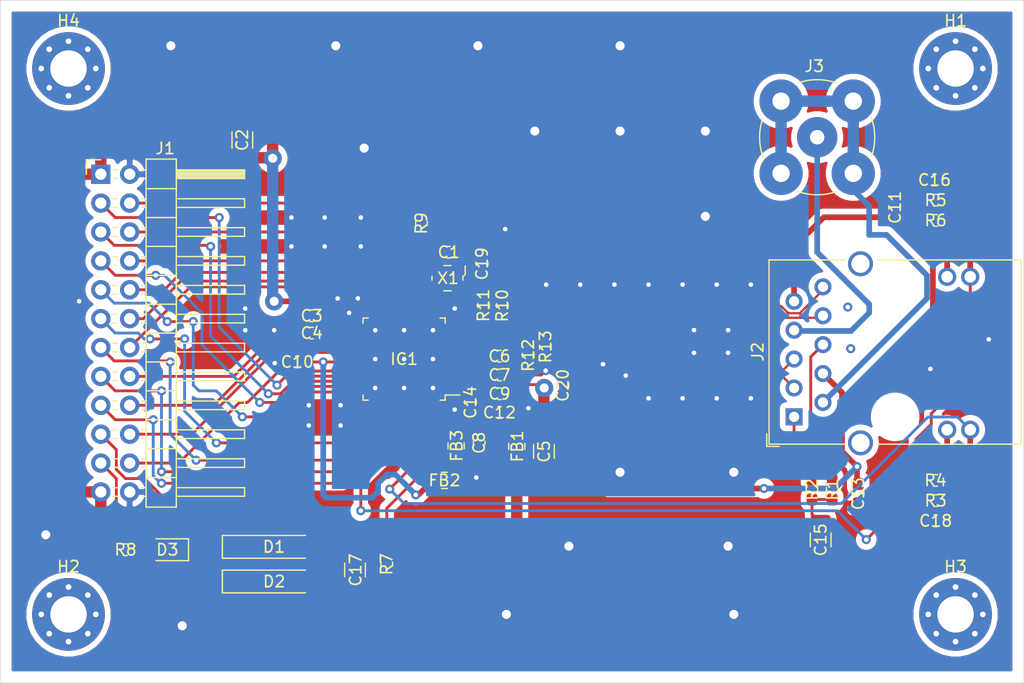
<source format=kicad_pcb>
(kicad_pcb (version 20171130) (host pcbnew "(5.1.9)-1")
  (layers (0 F.Cu signal hide) (31 B.Cu signal hide) (34 B.Paste user hide) (35 F.Paste user hide) (36 B.SilkS user) (37 F.SilkS user) (38 B.Mask user hide) (39 F.Mask user hide) (44 Edge.Cuts user))
  (net 0 "")
  (net 1 /3V3)
  (net 2 GND)
  (net 3 /A3V3)
  (net 4 /1V8)
  (net 5 /A1V8)
  (net 6 "Net-(C15-Pad1)")
  (net 7 /~RST)
  (net 8 /~RSTIN)
  (net 9 "Net-(D3-Pad2)")
  (net 10 /RX-)
  (net 11 /RX+)
  (net 12 /TX-)
  (net 13 /TX+)
  (net 14 /MDIO)
  (net 15 /MDC)
  (net 16 /RXD3)
  (net 17 /RXD2)
  (net 18 /RXD1)
  (net 19 /RXD0)
  (net 20 /RXDV)
  (net 21 /RXC)
  (net 22 /RXER)
  (net 23 /INTRP)
  (net 24 /TXC)
  (net 25 /TXEN)
  (net 26 /TXD0)
  (net 27 /TXD1)
  (net 28 /TXD2)
  (net 29 /TXD3)
  (net 30 /COL)
  (net 31 /CSR)
  (net 32 /LED0)
  (net 33 /LED1)
  (net 34 /USRIN)
  (net 35 "Net-(J2-Pad11)")
  (net 36 "Net-(J2-Pad13)")
  (net 37 "Net-(J2-Pad1)")
  (net 38 /PWRIN)
  (net 39 /GNDIN)
  (net 40 "Net-(J2-Pad6)")
  (net 41 /1V8OUT)
  (net 42 /CLK)
  (net 43 /REXT)
  (net 44 "Net-(C19-Pad1)")
  (net 45 "Net-(C20-Pad1)")
  (module myfootprintlib:ARJM11D7-114-AB-EW2 (layer F.Cu) (at 177.8 87.63 90)
    (fp_text reference J2 (at 5.715 -3.2 -90) (layer F.SilkS))
    (fp_text value ARJM11D7-114-AB-EW2)
    (pad 11 thru_hole circle (at 12.314 13.46 270) (size 1.6 1.6) (drill 1.02) (layers *.Cu *.Mask) (net 35 "Net-(J2-Pad11)"))
    (pad 12 thru_hole circle (at 12.314 15.49 270) (size 1.6 1.6) (drill 1.02) (layers *.Cu *.Mask) (net 32 /LED0))
    (pad 13 thru_hole circle (at -1.136 13.46 270) (size 1.6 1.6) (drill 1.02) (layers *.Cu *.Mask) (net 36 "Net-(J2-Pad13)"))
    (pad 1 thru_hole rect (at 0 0 270) (size 1.5 1.5) (drill 0.9) (layers *.Cu *.Mask) (net 37 "Net-(J2-Pad1)"))
    (pad 3 thru_hole circle (at 2.54 0 270) (size 1.5 1.5) (drill 0.9) (layers *.Cu *.Mask) (net 10 /RX-))
    (pad 5 thru_hole circle (at 5.08 0 270) (size 1.5 1.5) (drill 0.9) (layers *.Cu *.Mask) (net 11 /RX+))
    (pad 7 thru_hole circle (at 7.62 0 270) (size 1.5 1.5) (drill 0.9) (layers *.Cu *.Mask) (net 38 /PWRIN))
    (pad 9 thru_hole circle (at 10.16 0 270) (size 1.5 1.5) (drill 0.9) (layers *.Cu *.Mask) (net 3 /A3V3))
    (pad 2 thru_hole circle (at 1.27 2.54 270) (size 1.5 1.5) (drill 0.9) (layers *.Cu *.Mask) (net 39 /GNDIN))
    (pad 4 thru_hole circle (at 3.81 2.54 270) (size 1.5 1.5) (drill 0.9) (layers *.Cu *.Mask) (net 3 /A3V3))
    (pad 6 thru_hole circle (at 6.35 2.54 270) (size 1.5 1.5) (drill 0.9) (layers *.Cu *.Mask) (net 40 "Net-(J2-Pad6)"))
    (pad 8 thru_hole circle (at 8.89 2.54 270) (size 1.5 1.5) (drill 0.9) (layers *.Cu *.Mask) (net 12 /TX-))
    (pad SH thru_hole circle (at -2.286 5.842 270) (size 2.2 2.2) (drill 1.6) (layers *.Cu *.Mask))
    (pad "" np_thru_hole circle (at 0 8.89 270) (size 3.25 3.25) (drill 3.25) (layers *.Cu *.Mask))
    (pad "" np_thru_hole circle (at 11.43 8.89 270) (size 3.25 3.25) (drill 3.25) (layers *.Cu *.Mask))
    (pad SH thru_hole circle (at 13.46 5.84 270) (size 2.2 2.2) (drill 1.6) (layers *.Cu *.Mask))
    (pad 14 thru_hole circle (at -1.136 15.49 270) (size 1.6 1.6) (drill 1.02) (layers *.Cu *.Mask) (net 33 /LED1))
    (pad 10 thru_hole circle (at 11.43 2.54 270) (size 1.5 1.5) (drill 0.9) (layers *.Cu *.Mask) (net 13 /TX+))
  )
  (module Capacitor_SMD:C_0603_1608Metric_Pad1.08x0.95mm_HandSolder (layer F.Cu) (at 151.892 85.598)
    (fp_text reference C9 (at 0 0.002) (layer F.SilkS))
    (fp_text value 100n)
    (pad 1 smd roundrect (at -0.8625 0) (size 1.075 0.95) (layers F.Cu F.Paste F.Mask) (net 41 /1V8OUT))
    (pad 2 smd roundrect (at 0.8625 0) (size 1.075 0.95) (layers F.Cu F.Paste F.Mask) (net 2 GND))
  )
  (module Capacitor_SMD:C_0603_1608Metric_Pad1.08x0.95mm_HandSolder (layer F.Cu) (at 147.4205 73.152 180)
    (fp_text reference C1 (at -0.013 -0.002) (layer F.SilkS))
    (fp_text value 100n)
    (pad 1 smd roundrect (at -0.8625 0 180) (size 1.075 0.95) (layers F.Cu F.Paste F.Mask) (net 1 /3V3))
    (pad 2 smd roundrect (at 0.8625 0 180) (size 1.075 0.95) (layers F.Cu F.Paste F.Mask) (net 2 GND))
  )
  (module Capacitor_SMD:C_1206_3216Metric_Pad1.33x1.80mm_HandSolder (layer F.Cu) (at 129.286 63.2845 90)
    (fp_text reference C2 (at 0 -0.0135 90) (layer F.SilkS))
    (fp_text value 22u)
    (pad 1 smd roundrect (at -1.5625 0 90) (size 1.325 1.8) (layers F.Cu F.Paste F.Mask) (roundrect_rratio 0.1886784905660377) (net 1 /3V3))
    (pad 2 smd roundrect (at 1.5625 0 90) (size 1.325 1.8) (layers F.Cu F.Paste F.Mask) (roundrect_rratio 0.1886784905660377) (net 2 GND))
  )
  (module Capacitor_SMD:C_0603_1608Metric_Pad1.08x0.95mm_HandSolder (layer F.Cu) (at 135.382 78.74 180)
    (fp_text reference C3 (at 0 -0.002) (layer F.SilkS))
    (fp_text value 100n)
    (pad 2 smd roundrect (at 0.8625 0 180) (size 1.075 0.95) (layers F.Cu F.Paste F.Mask) (net 2 GND))
    (pad 1 smd roundrect (at -0.8625 0 180) (size 1.075 0.95) (layers F.Cu F.Paste F.Mask) (net 1 /3V3))
  )
  (module Capacitor_SMD:C_0603_1608Metric_Pad1.08x0.95mm_HandSolder (layer F.Cu) (at 135.382 80.264 180)
    (fp_text reference C4 (at 0 -0.002) (layer F.SilkS))
    (fp_text value 100n)
    (pad 1 smd roundrect (at -0.8625 0 180) (size 1.075 0.95) (layers F.Cu F.Paste F.Mask) (net 1 /3V3))
    (pad 2 smd roundrect (at 0.8625 0 180) (size 1.075 0.95) (layers F.Cu F.Paste F.Mask) (net 2 GND))
  )
  (module Capacitor_SMD:C_1206_3216Metric_Pad1.42x1.75mm_HandSolder (layer F.Cu) (at 155.8036 90.678 270)
    (fp_text reference C5 (at 0 -0.0119 90) (layer F.SilkS))
    (fp_text value 22u)
    (pad 2 smd roundrect (at 1.4875 0 270) (size 1.425 1.75) (layers F.Cu F.Paste F.Mask) (roundrect_rratio 0.1754385964912281) (net 2 GND))
    (pad 1 smd roundrect (at -1.4875 0 270) (size 1.425 1.75) (layers F.Cu F.Paste F.Mask) (roundrect_rratio 0.1754385964912281) (net 3 /A3V3))
  )
  (module Capacitor_SMD:C_0603_1608Metric_Pad1.08x0.95mm_HandSolder (layer F.Cu) (at 151.892 82.296)
    (fp_text reference C6 (at 0 0.002) (layer F.SilkS))
    (fp_text value 100n)
    (pad 2 smd roundrect (at 0.8625 0) (size 1.075 0.95) (layers F.Cu F.Paste F.Mask) (net 2 GND))
    (pad 1 smd roundrect (at -0.8625 0) (size 1.075 0.95) (layers F.Cu F.Paste F.Mask) (net 3 /A3V3))
  )
  (module Capacitor_SMD:C_0603_1608Metric_Pad1.08x0.95mm_HandSolder (layer F.Cu) (at 151.892 83.947)
    (fp_text reference C7 (at 0 0.002) (layer F.SilkS))
    (fp_text value 100n)
    (pad 2 smd roundrect (at 0.8625 0) (size 1.075 0.95) (layers F.Cu F.Paste F.Mask) (net 2 GND))
    (pad 1 smd roundrect (at -0.8625 0) (size 1.075 0.95) (layers F.Cu F.Paste F.Mask) (net 3 /A3V3))
  )
  (module Capacitor_SMD:C_0603_1608Metric_Pad1.08x0.95mm_HandSolder (layer F.Cu) (at 150.114 89.916 270)
    (fp_text reference C8 (at 0.002 0.0135 90) (layer F.SilkS))
    (fp_text value 1u)
    (pad 1 smd roundrect (at -0.8625 0 270) (size 1.075 0.95) (layers F.Cu F.Paste F.Mask) (net 41 /1V8OUT))
    (pad 2 smd roundrect (at 0.8625 0 270) (size 1.075 0.95) (layers F.Cu F.Paste F.Mask) (net 2 GND))
  )
  (module Capacitor_SMD:C_0603_1608Metric_Pad1.08x0.95mm_HandSolder (layer F.Cu) (at 134.112 82.804 180)
    (fp_text reference C10 (at 0 -0.002) (layer F.SilkS))
    (fp_text value 100n)
    (pad 1 smd roundrect (at -0.8625 0 180) (size 1.075 0.95) (layers F.Cu F.Paste F.Mask) (net 4 /1V8))
    (pad 2 smd roundrect (at 0.8625 0 180) (size 1.075 0.95) (layers F.Cu F.Paste F.Mask) (net 2 GND))
  )
  (module Capacitor_SMD:C_0603_1608Metric_Pad1.08x0.95mm_HandSolder (layer F.Cu) (at 186.6392 69.215 90)
    (fp_text reference C11 (at 0 0.0373 90) (layer F.SilkS))
    (fp_text value 10u)
    (pad 1 smd roundrect (at -0.8625 0 90) (size 1.075 0.95) (layers F.Cu F.Paste F.Mask) (net 3 /A3V3))
    (pad 2 smd roundrect (at 0.8625 0 90) (size 1.075 0.95) (layers F.Cu F.Paste F.Mask) (net 2 GND))
  )
  (module Capacitor_SMD:C_0603_1608Metric_Pad1.08x0.95mm_HandSolder (layer F.Cu) (at 151.892 87.249)
    (fp_text reference C12 (at 0 0.002) (layer F.SilkS))
    (fp_text value 100n)
    (pad 2 smd roundrect (at 0.8625 0) (size 1.075 0.95) (layers F.Cu F.Paste F.Mask) (net 2 GND))
    (pad 1 smd roundrect (at -0.8625 0) (size 1.075 0.95) (layers F.Cu F.Paste F.Mask) (net 5 /A1V8))
  )
  (module Capacitor_SMD:C_0603_1608Metric_Pad1.08x0.95mm_HandSolder (layer F.Cu) (at 183.4388 94.3864 270)
    (fp_text reference C13 (at 0 0.0008 90) (layer F.SilkS))
    (fp_text value 10u)
    (pad 2 smd roundrect (at 0.8625 0 270) (size 1.075 0.95) (layers F.Cu F.Paste F.Mask) (net 2 GND))
    (pad 1 smd roundrect (at -0.8625 0 270) (size 1.075 0.95) (layers F.Cu F.Paste F.Mask) (net 3 /A3V3))
  )
  (module Capacitor_SMD:C_0603_1608Metric_Pad1.08x0.95mm_HandSolder (layer F.Cu) (at 149.352 86.36 270)
    (fp_text reference C14 (at 0 0.0135 90) (layer F.SilkS))
    (fp_text value 100n)
    (pad 1 smd roundrect (at -0.8625 0 270) (size 1.075 0.95) (layers F.Cu F.Paste F.Mask) (net 5 /A1V8))
    (pad 2 smd roundrect (at 0.8625 0 270) (size 1.075 0.95) (layers F.Cu F.Paste F.Mask) (net 2 GND))
  )
  (module Capacitor_SMD:C_1206_3216Metric_Pad1.42x1.75mm_HandSolder (layer F.Cu) (at 180.1368 98.4504 270)
    (fp_text reference C15 (at 0 0.0008 90) (layer F.SilkS))
    (fp_text value "1n / 2000V")
    (pad 1 smd roundrect (at -1.4875 0 270) (size 1.425 1.75) (layers F.Cu F.Paste F.Mask) (roundrect_rratio 0.1754385964912281) (net 6 "Net-(C15-Pad1)"))
    (pad 2 smd roundrect (at 1.4875 0 270) (size 1.425 1.75) (layers F.Cu F.Paste F.Mask) (roundrect_rratio 0.1754385964912281) (net 2 GND))
  )
  (module Capacitor_SMD:C_0603_1608Metric_Pad1.08x0.95mm_HandSolder (layer F.Cu) (at 190.1455 66.802)
    (fp_text reference C16 (at 0 0.002) (layer F.SilkS))
    (fp_text value 1u)
    (pad 2 smd roundrect (at 0.8625 0) (size 1.075 0.95) (layers F.Cu F.Paste F.Mask) (net 2 GND))
    (pad 1 smd roundrect (at -0.8625 0) (size 1.075 0.95) (layers F.Cu F.Paste F.Mask) (net 1 /3V3))
  )
  (module Diode_SMD:D_MiniMELF_Handsoldering (layer F.Cu) (at 132.08 99.06)
    (fp_text reference D1 (at -0.0135 0.002) (layer F.SilkS))
    (fp_text value D)
    (pad 1 smd rect (at -2.75 0) (size 3.3 1.7) (layers F.Cu F.Paste F.Mask) (net 8 /~RSTIN))
    (pad 2 smd rect (at 2.75 0) (size 3.3 1.7) (layers F.Cu F.Paste F.Mask) (net 7 /~RST))
  )
  (module Diode_SMD:D_MiniMELF_Handsoldering (layer F.Cu) (at 132.08 102.108)
    (fp_text reference D2 (at 0 0.002) (layer F.SilkS))
    (fp_text value D)
    (pad 2 smd rect (at 2.75 0) (size 3.3 1.7) (layers F.Cu F.Paste F.Mask) (net 7 /~RST))
    (pad 1 smd rect (at -2.75 0) (size 3.3 1.7) (layers F.Cu F.Paste F.Mask) (net 1 /3V3))
  )
  (module LED_SMD:LED_0805_2012Metric_Pad1.15x1.40mm_HandSolder (layer F.Cu) (at 122.691 99.314 180)
    (fp_text reference D3 (at 0 -0.002) (layer F.SilkS))
    (fp_text value LED)
    (pad 1 smd roundrect (at -1.025 0 180) (size 1.15 1.4) (layers F.Cu F.Paste F.Mask) (roundrect_rratio 0.2173904347826087) (net 2 GND))
    (pad 2 smd roundrect (at 1.025 0 180) (size 1.15 1.4) (layers F.Cu F.Paste F.Mask) (roundrect_rratio 0.2173904347826087) (net 9 "Net-(D3-Pad2)"))
  )
  (module Inductor_SMD:L_0805_2012Metric_Pad1.15x1.40mm_HandSolder (layer F.Cu) (at 153.416 90.2208 270)
    (fp_text reference FB1 (at 0 -0.05 90) (layer F.SilkS))
    (fp_text value 100-200R_at100MHz)
    (pad 1 smd roundrect (at -1.025 0 270) (size 1.15 1.4) (layers F.Cu F.Paste F.Mask) (roundrect_rratio 0.2173904347826087) (net 3 /A3V3))
    (pad 2 smd roundrect (at 1.025 0 270) (size 1.15 1.4) (layers F.Cu F.Paste F.Mask) (roundrect_rratio 0.2173904347826087) (net 1 /3V3))
  )
  (module Inductor_SMD:L_0805_2012Metric_Pad1.15x1.40mm_HandSolder (layer F.Cu) (at 147.057 93.218)
    (fp_text reference FB2 (at 0 0.002) (layer F.SilkS))
    (fp_text value 100-200R_at100MHz)
    (pad 1 smd roundrect (at -1.025 0) (size 1.15 1.4) (layers F.Cu F.Paste F.Mask) (roundrect_rratio 0.2173904347826087) (net 4 /1V8))
    (pad 2 smd roundrect (at 1.025 0) (size 1.15 1.4) (layers F.Cu F.Paste F.Mask) (roundrect_rratio 0.2173904347826087) (net 41 /1V8OUT))
  )
  (module Inductor_SMD:L_0805_2012Metric_Pad1.15x1.40mm_HandSolder (layer F.Cu) (at 148.082 90.17 270)
    (fp_text reference FB3 (at 0.002 -0.05 90) (layer F.SilkS))
    (fp_text value 100-200R_at100MHz)
    (pad 2 smd roundrect (at 1.025 0 270) (size 1.15 1.4) (layers F.Cu F.Paste F.Mask) (roundrect_rratio 0.2173904347826087) (net 41 /1V8OUT))
    (pad 1 smd roundrect (at -1.025 0 270) (size 1.15 1.4) (layers F.Cu F.Paste F.Mask) (roundrect_rratio 0.2173904347826087) (net 5 /A1V8))
  )
  (module Package_QFP:LQFP-48_7x7mm_P0.5mm (layer F.Cu) (at 143.51 82.55 180)
    (fp_text reference IC1 (at 0 -0.002) (layer F.SilkS))
    (fp_text value KSZ8041MLL)
    (pad 1 smd roundrect (at -4.1625 -2.75 180) (size 1.475 0.3) (layers F.Cu F.Paste F.Mask) (net 2 GND))
    (pad 2 smd roundrect (at -4.1625 -2.25 180) (size 1.475 0.3) (layers F.Cu F.Paste F.Mask) (net 2 GND))
    (pad 3 smd roundrect (at -4.1625 -1.75 180) (size 1.475 0.3) (layers F.Cu F.Paste F.Mask) (net 2 GND))
    (pad 4 smd roundrect (at -4.1625 -1.25 180) (size 1.475 0.3) (layers F.Cu F.Paste F.Mask) (net 5 /A1V8))
    (pad 5 smd roundrect (at -4.1625 -0.75 180) (size 1.475 0.3) (layers F.Cu F.Paste F.Mask) (net 5 /A1V8))
    (pad 6 smd roundrect (at -4.1625 -0.25 180) (size 1.475 0.3) (layers F.Cu F.Paste F.Mask) (net 41 /1V8OUT))
    (pad 7 smd roundrect (at -4.1625 0.25 180) (size 1.475 0.3) (layers F.Cu F.Paste F.Mask) (net 3 /A3V3))
    (pad 8 smd roundrect (at -4.1625 0.75 180) (size 1.475 0.3) (layers F.Cu F.Paste F.Mask) (net 3 /A3V3))
    (pad 9 smd roundrect (at -4.1625 1.25 180) (size 1.475 0.3) (layers F.Cu F.Paste F.Mask) (net 10 /RX-))
    (pad 10 smd roundrect (at -4.1625 1.75 180) (size 1.475 0.3) (layers F.Cu F.Paste F.Mask) (net 11 /RX+))
    (pad 11 smd roundrect (at -4.1625 2.25 180) (size 1.475 0.3) (layers F.Cu F.Paste F.Mask) (net 12 /TX-))
    (pad 12 smd roundrect (at -4.1625 2.75 180) (size 1.475 0.3) (layers F.Cu F.Paste F.Mask) (net 13 /TX+))
    (pad 13 smd roundrect (at -2.75 4.1625 180) (size 0.3 1.475) (layers F.Cu F.Paste F.Mask) (net 2 GND))
    (pad 14 smd roundrect (at -2.25 4.1625 180) (size 0.3 1.475) (layers F.Cu F.Paste F.Mask))
    (pad 15 smd roundrect (at -1.75 4.1625 180) (size 0.3 1.475) (layers F.Cu F.Paste F.Mask) (net 42 /CLK))
    (pad 16 smd roundrect (at -1.25 4.1625 180) (size 0.3 1.475) (layers F.Cu F.Paste F.Mask) (net 43 /REXT))
    (pad 17 smd roundrect (at -0.75 4.1625 180) (size 0.3 1.475) (layers F.Cu F.Paste F.Mask) (net 2 GND))
    (pad 18 smd roundrect (at -0.25 4.1625 180) (size 0.3 1.475) (layers F.Cu F.Paste F.Mask) (net 14 /MDIO))
    (pad 19 smd roundrect (at 0.25 4.1625 180) (size 0.3 1.475) (layers F.Cu F.Paste F.Mask) (net 15 /MDC))
    (pad 20 smd roundrect (at 0.75 4.1625 180) (size 0.3 1.475) (layers F.Cu F.Paste F.Mask) (net 16 /RXD3))
    (pad 21 smd roundrect (at 1.25 4.1625 180) (size 0.3 1.475) (layers F.Cu F.Paste F.Mask) (net 17 /RXD2))
    (pad 22 smd roundrect (at 1.75 4.1625 180) (size 0.3 1.475) (layers F.Cu F.Paste F.Mask) (net 18 /RXD1))
    (pad 23 smd roundrect (at 2.25 4.1625 180) (size 0.3 1.475) (layers F.Cu F.Paste F.Mask) (net 19 /RXD0))
    (pad 24 smd roundrect (at 2.75 4.1625 180) (size 0.3 1.475) (layers F.Cu F.Paste F.Mask) (net 2 GND))
    (pad 25 smd roundrect (at 4.1625 2.75 180) (size 1.475 0.3) (layers F.Cu F.Paste F.Mask) (net 1 /3V3))
    (pad 26 smd roundrect (at 4.1625 2.25 180) (size 1.475 0.3) (layers F.Cu F.Paste F.Mask) (net 1 /3V3))
    (pad 27 smd roundrect (at 4.1625 1.75 180) (size 1.475 0.3) (layers F.Cu F.Paste F.Mask) (net 20 /RXDV))
    (pad 28 smd roundrect (at 4.1625 1.25 180) (size 1.475 0.3) (layers F.Cu F.Paste F.Mask) (net 21 /RXC))
    (pad 29 smd roundrect (at 4.1625 0.75 180) (size 1.475 0.3) (layers F.Cu F.Paste F.Mask) (net 22 /RXER))
    (pad 30 smd roundrect (at 4.1625 0.25 180) (size 1.475 0.3) (layers F.Cu F.Paste F.Mask) (net 2 GND))
    (pad 31 smd roundrect (at 4.1625 -0.25 180) (size 1.475 0.3) (layers F.Cu F.Paste F.Mask) (net 4 /1V8))
    (pad 32 smd roundrect (at 4.1625 -0.75 180) (size 1.475 0.3) (layers F.Cu F.Paste F.Mask) (net 23 /INTRP))
    (pad 33 smd roundrect (at 4.1625 -1.25 180) (size 1.475 0.3) (layers F.Cu F.Paste F.Mask) (net 24 /TXC))
    (pad 34 smd roundrect (at 4.1625 -1.75 180) (size 1.475 0.3) (layers F.Cu F.Paste F.Mask) (net 25 /TXEN))
    (pad 35 smd roundrect (at 4.1625 -2.25 180) (size 1.475 0.3) (layers F.Cu F.Paste F.Mask) (net 26 /TXD0))
    (pad 36 smd roundrect (at 4.1625 -2.75 180) (size 1.475 0.3) (layers F.Cu F.Paste F.Mask) (net 27 /TXD1))
    (pad 37 smd roundrect (at 2.75 -4.1625 180) (size 0.3 1.475) (layers F.Cu F.Paste F.Mask) (net 2 GND))
    (pad 38 smd roundrect (at 2.25 -4.1625 180) (size 0.3 1.475) (layers F.Cu F.Paste F.Mask) (net 28 /TXD2))
    (pad 39 smd roundrect (at 1.75 -4.1625 180) (size 0.3 1.475) (layers F.Cu F.Paste F.Mask) (net 29 /TXD3))
    (pad 40 smd roundrect (at 1.25 -4.1625 180) (size 0.3 1.475) (layers F.Cu F.Paste F.Mask) (net 30 /COL))
    (pad 41 smd roundrect (at 0.75 -4.1625 180) (size 0.3 1.475) (layers F.Cu F.Paste F.Mask) (net 31 /CSR))
    (pad 42 smd roundrect (at 0.25 -4.1625 180) (size 0.3 1.475) (layers F.Cu F.Paste F.Mask) (net 32 /LED0))
    (pad 43 smd roundrect (at -0.25 -4.1625 180) (size 0.3 1.475) (layers F.Cu F.Paste F.Mask) (net 33 /LED1))
    (pad 44 smd roundrect (at -0.75 -4.1625 180) (size 0.3 1.475) (layers F.Cu F.Paste F.Mask))
    (pad 45 smd roundrect (at -1.25 -4.1625 180) (size 0.3 1.475) (layers F.Cu F.Paste F.Mask))
    (pad 46 smd roundrect (at -1.75 -4.1625 180) (size 0.3 1.475) (layers F.Cu F.Paste F.Mask))
    (pad 47 smd roundrect (at -2.25 -4.1625 180) (size 0.3 1.475) (layers F.Cu F.Paste F.Mask) (net 7 /~RST))
    (pad 48 smd roundrect (at -2.75 -4.1625 180) (size 0.3 1.475) (layers F.Cu F.Paste F.Mask))
  )
  (module Connector_PinHeader_2.54mm:PinHeader_2x12_P2.54mm_Horizontal (layer F.Cu) (at 116.84 66.294)
    (fp_text reference J1 (at 5.655 -2.27) (layer F.SilkS))
    (fp_text value Conn_02x12_Odd_Even)
    (pad 1 thru_hole rect (at 0 0) (size 1.7 1.7) (drill 1) (layers *.Cu *.Mask) (net 1 /3V3))
    (pad 2 thru_hole oval (at 2.54 0) (size 1.7 1.7) (drill 1) (layers *.Cu *.Mask) (net 2 GND))
    (pad 3 thru_hole oval (at 0 2.54) (size 1.7 1.7) (drill 1) (layers *.Cu *.Mask) (net 24 /TXC))
    (pad 4 thru_hole oval (at 2.54 2.54) (size 1.7 1.7) (drill 1) (layers *.Cu *.Mask) (net 14 /MDIO))
    (pad 5 thru_hole oval (at 0 5.08) (size 1.7 1.7) (drill 1) (layers *.Cu *.Mask) (net 25 /TXEN))
    (pad 6 thru_hole oval (at 2.54 5.08) (size 1.7 1.7) (drill 1) (layers *.Cu *.Mask) (net 15 /MDC))
    (pad 7 thru_hole oval (at 0 7.62) (size 1.7 1.7) (drill 1) (layers *.Cu *.Mask) (net 26 /TXD0))
    (pad 8 thru_hole oval (at 2.54 7.62) (size 1.7 1.7) (drill 1) (layers *.Cu *.Mask) (net 16 /RXD3))
    (pad 9 thru_hole oval (at 0 10.16) (size 1.7 1.7) (drill 1) (layers *.Cu *.Mask) (net 27 /TXD1))
    (pad 10 thru_hole oval (at 2.54 10.16) (size 1.7 1.7) (drill 1) (layers *.Cu *.Mask) (net 17 /RXD2))
    (pad 11 thru_hole oval (at 0 12.7) (size 1.7 1.7) (drill 1) (layers *.Cu *.Mask) (net 28 /TXD2))
    (pad 12 thru_hole oval (at 2.54 12.7) (size 1.7 1.7) (drill 1) (layers *.Cu *.Mask) (net 18 /RXD1))
    (pad 13 thru_hole oval (at 0 15.24) (size 1.7 1.7) (drill 1) (layers *.Cu *.Mask) (net 29 /TXD3))
    (pad 14 thru_hole oval (at 2.54 15.24) (size 1.7 1.7) (drill 1) (layers *.Cu *.Mask) (net 19 /RXD0))
    (pad 15 thru_hole oval (at 0 17.78) (size 1.7 1.7) (drill 1) (layers *.Cu *.Mask) (net 30 /COL))
    (pad 16 thru_hole oval (at 2.54 17.78) (size 1.7 1.7) (drill 1) (layers *.Cu *.Mask) (net 20 /RXDV))
    (pad 17 thru_hole oval (at 0 20.32) (size 1.7 1.7) (drill 1) (layers *.Cu *.Mask) (net 31 /CSR))
    (pad 18 thru_hole oval (at 2.54 20.32) (size 1.7 1.7) (drill 1) (layers *.Cu *.Mask) (net 21 /RXC))
    (pad 19 thru_hole oval (at 0 22.86) (size 1.7 1.7) (drill 1) (layers *.Cu *.Mask) (net 8 /~RSTIN))
    (pad 20 thru_hole oval (at 2.54 22.86) (size 1.7 1.7) (drill 1) (layers *.Cu *.Mask) (net 22 /RXER))
    (pad 21 thru_hole oval (at 0 25.4) (size 1.7 1.7) (drill 1) (layers *.Cu *.Mask) (net 34 /USRIN))
    (pad 22 thru_hole oval (at 2.54 25.4) (size 1.7 1.7) (drill 1) (layers *.Cu *.Mask) (net 23 /INTRP))
    (pad 23 thru_hole oval (at 0 27.94) (size 1.7 1.7) (drill 1) (layers *.Cu *.Mask) (net 1 /3V3))
    (pad 24 thru_hole oval (at 2.54 27.94) (size 1.7 1.7) (drill 1) (layers *.Cu *.Mask) (net 2 GND))
  )
  (module Connector_Coaxial:BNC_TEConnectivity_1478204_Vertical (layer F.Cu) (at 179.832 63.0428)
    (fp_text reference J3 (at -0.25 -6.25) (layer F.SilkS))
    (fp_text value Conn_Coaxial)
    (pad 2 thru_hole circle (at -3.175 -3.175) (size 3.81 3.81) (drill 1.524) (layers *.Cu *.Mask) (net 39 /GNDIN))
    (pad 1 thru_hole circle (at 0 0) (size 3.556 3.556) (drill 1.27) (layers *.Cu *.Mask) (net 38 /PWRIN))
    (pad 2 thru_hole circle (at 3.175 -3.175) (size 3.81 3.81) (drill 1.524) (layers *.Cu *.Mask) (net 39 /GNDIN))
    (pad 2 thru_hole circle (at -3.175 3.175) (size 3.81 3.81) (drill 1.524) (layers *.Cu *.Mask) (net 39 /GNDIN))
    (pad 2 thru_hole circle (at 3.175 3.175) (size 3.81 3.81) (drill 1.524) (layers *.Cu *.Mask) (net 39 /GNDIN))
  )
  (module Resistor_SMD:R_0603_1608Metric_Pad1.05x0.95mm_HandSolder (layer F.Cu) (at 181.1528 94.0194 270)
    (fp_text reference R1 (at 0 0.0008 90) (layer F.SilkS))
    (fp_text value 75R)
    (pad 1 smd roundrect (at -0.875 0 270) (size 1.05 0.95) (layers F.Cu F.Paste F.Mask) (net 40 "Net-(J2-Pad6)"))
    (pad 2 smd roundrect (at 0.875 0 270) (size 1.05 0.95) (layers F.Cu F.Paste F.Mask) (net 6 "Net-(C15-Pad1)"))
  )
  (module Resistor_SMD:R_0603_1608Metric_Pad1.05x0.95mm_HandSolder (layer F.Cu) (at 179.3748 94.0194 270)
    (fp_text reference R2 (at 0 0.0008 90) (layer F.SilkS))
    (fp_text value 75R)
    (pad 2 smd roundrect (at 0.875 0 270) (size 1.05 0.95) (layers F.Cu F.Paste F.Mask) (net 6 "Net-(C15-Pad1)"))
    (pad 1 smd roundrect (at -0.875 0 270) (size 1.05 0.95) (layers F.Cu F.Paste F.Mask) (net 37 "Net-(J2-Pad1)"))
  )
  (module Resistor_SMD:R_0603_1608Metric_Pad1.05x0.95mm_HandSolder (layer F.Cu) (at 190.246 94.996)
    (fp_text reference R3 (at 0 0.002) (layer F.SilkS))
    (fp_text value 4k7)
    (pad 1 smd roundrect (at -0.875 0) (size 1.05 0.95) (layers F.Cu F.Paste F.Mask) (net 1 /3V3))
    (pad 2 smd roundrect (at 0.875 0) (size 1.05 0.95) (layers F.Cu F.Paste F.Mask) (net 33 /LED1))
  )
  (module Resistor_SMD:R_0603_1608Metric_Pad1.05x0.95mm_HandSolder (layer F.Cu) (at 190.246 93.218)
    (fp_text reference R4 (at -0.0135 0.002) (layer F.SilkS))
    (fp_text value 470R)
    (pad 1 smd roundrect (at -0.875 0) (size 1.05 0.95) (layers F.Cu F.Paste F.Mask) (net 1 /3V3))
    (pad 2 smd roundrect (at 0.875 0) (size 1.05 0.95) (layers F.Cu F.Paste F.Mask) (net 36 "Net-(J2-Pad13)"))
  )
  (module Resistor_SMD:R_0603_1608Metric_Pad1.05x0.95mm_HandSolder (layer F.Cu) (at 190.246 68.58)
    (fp_text reference R5 (at 0 0.002) (layer F.SilkS))
    (fp_text value 4k7)
    (pad 2 smd roundrect (at 0.875 0) (size 1.05 0.95) (layers F.Cu F.Paste F.Mask) (net 32 /LED0))
    (pad 1 smd roundrect (at -0.875 0) (size 1.05 0.95) (layers F.Cu F.Paste F.Mask) (net 1 /3V3))
  )
  (module Resistor_SMD:R_0603_1608Metric_Pad1.05x0.95mm_HandSolder (layer F.Cu) (at 190.246 70.358)
    (fp_text reference R6 (at 0 0.002) (layer F.SilkS))
    (fp_text value 470R)
    (pad 2 smd roundrect (at 0.875 0) (size 1.05 0.95) (layers F.Cu F.Paste F.Mask) (net 35 "Net-(J2-Pad11)"))
    (pad 1 smd roundrect (at -0.875 0) (size 1.05 0.95) (layers F.Cu F.Paste F.Mask) (net 1 /3V3))
  )
  (module Resistor_SMD:R_0603_1608Metric_Pad1.05x0.95mm_HandSolder (layer F.Cu) (at 141.986 100.584 90)
    (fp_text reference R7 (at -0.002 -0.0135 90) (layer F.SilkS))
    (fp_text value 10k)
    (pad 2 smd roundrect (at 0.875 0 90) (size 1.05 0.95) (layers F.Cu F.Paste F.Mask) (net 7 /~RST))
    (pad 1 smd roundrect (at -0.875 0 90) (size 1.05 0.95) (layers F.Cu F.Paste F.Mask) (net 1 /3V3))
  )
  (module Resistor_SMD:R_0603_1608Metric_Pad1.05x0.95mm_HandSolder (layer F.Cu) (at 119.013 99.314)
    (fp_text reference R8 (at 0 0.002) (layer F.SilkS))
    (fp_text value 1k3)
    (pad 1 smd roundrect (at -0.875 0) (size 1.05 0.95) (layers F.Cu F.Paste F.Mask) (net 34 /USRIN))
    (pad 2 smd roundrect (at 0.875 0) (size 1.05 0.95) (layers F.Cu F.Paste F.Mask) (net 9 "Net-(D3-Pad2)"))
  )
  (module Resistor_SMD:R_0603_1608Metric_Pad1.05x0.95mm_HandSolder (layer F.Cu) (at 145.034 70.612 90)
    (fp_text reference R9 (at 0 -0.0135 90) (layer F.SilkS))
    (fp_text value 6k49)
    (pad 1 smd roundrect (at -0.875 0 90) (size 1.05 0.95) (layers F.Cu F.Paste F.Mask) (net 43 /REXT))
    (pad 2 smd roundrect (at 0.875 0 90) (size 1.05 0.95) (layers F.Cu F.Paste F.Mask) (net 2 GND))
  )
  (module myfootprintlib:Oscillator_SMD_ECS_2520MV-xxx-xx-4Pin_2.5x2.0mm_HANDSOLD (layer F.Cu) (at 147.32 75.438 270)
    (fp_text reference X1 (at 0 -0.05 180) (layer F.SilkS))
    (fp_text value ECS-2520MV-xxx-xx)
    (pad 1 smd roundrect (at -0.725 -0.925 270) (size 1 1) (layers F.Cu F.Paste F.Mask) (net 1 /3V3))
    (pad 4 smd roundrect (at 0.725 -0.925 270) (size 1 1) (layers F.Cu F.Paste F.Mask) (net 1 /3V3))
    (pad 2 smd roundrect (at -0.725 0.925 270) (size 1 1) (layers F.Cu F.Paste F.Mask) (net 2 GND))
    (pad 3 smd roundrect (at 0.725 0.925 270) (size 1 1) (layers F.Cu F.Paste F.Mask) (net 42 /CLK))
  )
  (module Capacitor_SMD:C_0603_1608Metric_Pad1.08x0.95mm_HandSolder (layer F.Cu) (at 190.246 96.774)
    (fp_text reference C18 (at 0 0.002) (layer F.SilkS))
    (fp_text value 1u)
    (pad 1 smd roundrect (at -0.8625 0) (size 1.075 0.95) (layers F.Cu F.Paste F.Mask) (net 1 /3V3))
    (pad 2 smd roundrect (at 0.8625 0) (size 1.075 0.95) (layers F.Cu F.Paste F.Mask) (net 2 GND))
  )
  (module Capacitor_SMD:C_1206_3216Metric_Pad1.42x1.75mm_HandSolder (layer F.Cu) (at 139.192 101.092 270)
    (fp_text reference C17 (at 0 -0.05 90) (layer F.SilkS))
    (fp_text value 10u)
    (pad 1 smd roundrect (at -1.4875 0 270) (size 1.425 1.75) (layers F.Cu F.Paste F.Mask) (roundrect_rratio 0.1754385964912281) (net 7 /~RST))
    (pad 2 smd roundrect (at 1.4875 0 270) (size 1.425 1.75) (layers F.Cu F.Paste F.Mask) (roundrect_rratio 0.1754385964912281) (net 2 GND))
  )
  (module Capacitor_SMD:C_0603_1608Metric_Pad1.08x0.95mm_HandSolder (layer F.Cu) (at 150.368 74.168 90)
    (fp_text reference C19 (at 0 -0.0135 90) (layer F.SilkS))
    (fp_text value 100n)
    (pad 1 smd roundrect (at -0.8625 0 90) (size 1.075 0.95) (layers F.Cu F.Paste F.Mask) (net 44 "Net-(C19-Pad1)"))
    (pad 2 smd roundrect (at 0.8625 0 90) (size 1.075 0.95) (layers F.Cu F.Paste F.Mask) (net 2 GND))
  )
  (module Capacitor_SMD:C_0603_1608Metric_Pad1.08x0.95mm_HandSolder (layer F.Cu) (at 157.48 84.8625 270)
    (fp_text reference C20 (at 0 0.0135 90) (layer F.SilkS))
    (fp_text value 100n)
    (pad 2 smd roundrect (at 0.8625 0 270) (size 1.075 0.95) (layers F.Cu F.Paste F.Mask) (net 2 GND))
    (pad 1 smd roundrect (at -0.8625 0 270) (size 1.075 0.95) (layers F.Cu F.Paste F.Mask) (net 45 "Net-(C20-Pad1)"))
  )
  (module Resistor_SMD:R_0603_1608Metric_Pad1.05x0.95mm_HandSolder (layer F.Cu) (at 152.146 77.851 90)
    (fp_text reference R10 (at -0.002 -0.0135 90) (layer F.SilkS))
    (fp_text value 49R9)
    (pad 1 smd roundrect (at -0.875 0 90) (size 1.05 0.95) (layers F.Cu F.Paste F.Mask) (net 12 /TX-))
    (pad 2 smd roundrect (at 0.875 0 90) (size 1.05 0.95) (layers F.Cu F.Paste F.Mask) (net 44 "Net-(C19-Pad1)"))
  )
  (module Resistor_SMD:R_0603_1608Metric_Pad1.05x0.95mm_HandSolder (layer F.Cu) (at 150.495 77.837 90)
    (fp_text reference R11 (at 0 -0.0135 90) (layer F.SilkS))
    (fp_text value 49R9)
    (pad 2 smd roundrect (at 0.875 0 90) (size 1.05 0.95) (layers F.Cu F.Paste F.Mask) (net 44 "Net-(C19-Pad1)"))
    (pad 1 smd roundrect (at -0.875 0 90) (size 1.05 0.95) (layers F.Cu F.Paste F.Mask) (net 13 /TX+))
  )
  (module Resistor_SMD:R_0603_1608Metric_Pad1.05x0.95mm_HandSolder (layer F.Cu) (at 154.432 82.2198 270)
    (fp_text reference R12 (at 0 0.0135 90) (layer F.SilkS))
    (fp_text value 49R9)
    (pad 1 smd roundrect (at -0.875 0 270) (size 1.05 0.95) (layers F.Cu F.Paste F.Mask) (net 10 /RX-))
    (pad 2 smd roundrect (at 0.875 0 270) (size 1.05 0.95) (layers F.Cu F.Paste F.Mask) (net 45 "Net-(C20-Pad1)"))
  )
  (module Resistor_SMD:R_0603_1608Metric_Pad1.05x0.95mm_HandSolder (layer F.Cu) (at 155.9306 81.5086 270)
    (fp_text reference R13 (at -0.0361 -0.0119 90) (layer F.SilkS))
    (fp_text value 49R9)
    (pad 2 smd roundrect (at 0.875 0 270) (size 1.05 0.95) (layers F.Cu F.Paste F.Mask) (net 45 "Net-(C20-Pad1)"))
    (pad 1 smd roundrect (at -0.875 0 270) (size 1.05 0.95) (layers F.Cu F.Paste F.Mask) (net 11 /RX+))
  )
  (module MountingHole:MountingHole_3.2mm_M3_Pad_Via (layer F.Cu) (at 192 57)
    (fp_text reference H1 (at 0 -4.2) (layer F.SilkS))
    (fp_text value MountingHole)
    (pad 1 thru_hole circle (at 1.697056 -1.697056) (size 0.8 0.8) (drill 0.5) (layers *.Cu *.Mask))
    (pad 1 thru_hole circle (at 0 -2.4) (size 0.8 0.8) (drill 0.5) (layers *.Cu *.Mask))
    (pad 1 thru_hole circle (at -1.697056 -1.697056) (size 0.8 0.8) (drill 0.5) (layers *.Cu *.Mask))
    (pad 1 thru_hole circle (at -2.4 0) (size 0.8 0.8) (drill 0.5) (layers *.Cu *.Mask))
    (pad 1 thru_hole circle (at -1.697056 1.697056) (size 0.8 0.8) (drill 0.5) (layers *.Cu *.Mask))
    (pad 1 thru_hole circle (at 0 2.4) (size 0.8 0.8) (drill 0.5) (layers *.Cu *.Mask))
    (pad 1 thru_hole circle (at 1.697056 1.697056) (size 0.8 0.8) (drill 0.5) (layers *.Cu *.Mask))
    (pad 1 thru_hole circle (at 2.4 0) (size 0.8 0.8) (drill 0.5) (layers *.Cu *.Mask))
    (pad 1 thru_hole circle (at 0 0) (size 6.4 6.4) (drill 3.2) (layers *.Cu *.Mask))
  )
  (module MountingHole:MountingHole_3.2mm_M3_Pad_Via (layer F.Cu) (at 114 105)
    (fp_text reference H2 (at 0 -4.2) (layer F.SilkS))
    (fp_text value MountingHole)
    (pad 1 thru_hole circle (at 0 0) (size 6.4 6.4) (drill 3.2) (layers *.Cu *.Mask))
    (pad 1 thru_hole circle (at 2.4 0) (size 0.8 0.8) (drill 0.5) (layers *.Cu *.Mask))
    (pad 1 thru_hole circle (at 1.697056 1.697056) (size 0.8 0.8) (drill 0.5) (layers *.Cu *.Mask))
    (pad 1 thru_hole circle (at 0 2.4) (size 0.8 0.8) (drill 0.5) (layers *.Cu *.Mask))
    (pad 1 thru_hole circle (at -1.697056 1.697056) (size 0.8 0.8) (drill 0.5) (layers *.Cu *.Mask))
    (pad 1 thru_hole circle (at -2.4 0) (size 0.8 0.8) (drill 0.5) (layers *.Cu *.Mask))
    (pad 1 thru_hole circle (at -1.697056 -1.697056) (size 0.8 0.8) (drill 0.5) (layers *.Cu *.Mask))
    (pad 1 thru_hole circle (at 0 -2.4) (size 0.8 0.8) (drill 0.5) (layers *.Cu *.Mask))
    (pad 1 thru_hole circle (at 1.697056 -1.697056) (size 0.8 0.8) (drill 0.5) (layers *.Cu *.Mask))
  )
  (module MountingHole:MountingHole_3.2mm_M3_Pad_Via (layer F.Cu) (at 192 105)
    (fp_text reference H3 (at 0 -4.2) (layer F.SilkS))
    (fp_text value MountingHole)
    (pad 1 thru_hole circle (at 1.697056 -1.697056) (size 0.8 0.8) (drill 0.5) (layers *.Cu *.Mask))
    (pad 1 thru_hole circle (at 0 -2.4) (size 0.8 0.8) (drill 0.5) (layers *.Cu *.Mask))
    (pad 1 thru_hole circle (at -1.697056 -1.697056) (size 0.8 0.8) (drill 0.5) (layers *.Cu *.Mask))
    (pad 1 thru_hole circle (at -2.4 0) (size 0.8 0.8) (drill 0.5) (layers *.Cu *.Mask))
    (pad 1 thru_hole circle (at -1.697056 1.697056) (size 0.8 0.8) (drill 0.5) (layers *.Cu *.Mask))
    (pad 1 thru_hole circle (at 0 2.4) (size 0.8 0.8) (drill 0.5) (layers *.Cu *.Mask))
    (pad 1 thru_hole circle (at 1.697056 1.697056) (size 0.8 0.8) (drill 0.5) (layers *.Cu *.Mask))
    (pad 1 thru_hole circle (at 2.4 0) (size 0.8 0.8) (drill 0.5) (layers *.Cu *.Mask))
    (pad 1 thru_hole circle (at 0 0) (size 6.4 6.4) (drill 3.2) (layers *.Cu *.Mask))
  )
  (module MountingHole:MountingHole_3.2mm_M3_Pad_Via (layer F.Cu) (at 114 57)
    (fp_text reference H4 (at 0 -4.2) (layer F.SilkS))
    (fp_text value MountingHole)
    (pad 1 thru_hole circle (at 0 0) (size 6.4 6.4) (drill 3.2) (layers *.Cu *.Mask))
    (pad 1 thru_hole circle (at 2.4 0) (size 0.8 0.8) (drill 0.5) (layers *.Cu *.Mask))
    (pad 1 thru_hole circle (at 1.697056 1.697056) (size 0.8 0.8) (drill 0.5) (layers *.Cu *.Mask))
    (pad 1 thru_hole circle (at 0 2.4) (size 0.8 0.8) (drill 0.5) (layers *.Cu *.Mask))
    (pad 1 thru_hole circle (at -1.697056 1.697056) (size 0.8 0.8) (drill 0.5) (layers *.Cu *.Mask))
    (pad 1 thru_hole circle (at -2.4 0) (size 0.8 0.8) (drill 0.5) (layers *.Cu *.Mask))
    (pad 1 thru_hole circle (at -1.697056 -1.697056) (size 0.8 0.8) (drill 0.5) (layers *.Cu *.Mask))
    (pad 1 thru_hole circle (at 0 -2.4) (size 0.8 0.8) (drill 0.5) (layers *.Cu *.Mask))
    (pad 1 thru_hole circle (at 1.697056 -1.697056) (size 0.8 0.8) (drill 0.5) (layers *.Cu *.Mask))
  )
  (gr_line (start 108 51) (end 198 51) (layer Edge.Cuts) (width 0.05))
  (gr_line (start 108 111) (end 108 51) (layer Edge.Cuts) (width 0.05))
  (gr_line (start 198 111) (end 108 111) (layer Edge.Cuts) (width 0.05))
  (gr_line (start 198 51) (end 198 111) (layer Edge.Cuts) (width 0.05))
  (segment (start 136.2445 78.74) (end 136.906 78.74) (width 0.25) (layer F.Cu) (net 1))
  (segment (start 137.966 79.8) (end 139.3475 79.8) (width 0.25) (layer F.Cu) (net 1))
  (segment (start 136.906 78.74) (end 137.966 79.8) (width 0.25) (layer F.Cu) (net 1))
  (segment (start 136.2805 80.3) (end 136.2445 80.264) (width 0.25) (layer F.Cu) (net 1))
  (segment (start 139.3475 80.3) (end 136.2805 80.3) (width 0.25) (layer F.Cu) (net 1))
  (segment (start 148.245 73.19) (end 148.283 73.152) (width 0.25) (layer F.Cu) (net 1))
  (segment (start 148.245 74.713) (end 148.245 73.19) (width 0.25) (layer F.Cu) (net 1))
  (segment (start 148.245 76.163) (end 148.245 74.713) (width 0.25) (layer F.Cu) (net 1))
  (segment (start 116.84 66.294) (end 115.062 66.294) (width 1) (layer F.Cu) (net 1))
  (segment (start 115.062 66.294) (end 112.776 68.58) (width 1) (layer F.Cu) (net 1))
  (segment (start 112.776 68.58) (end 112.776 92.456) (width 1) (layer F.Cu) (net 1))
  (segment (start 114.554 94.234) (end 116.84 94.234) (width 1) (layer F.Cu) (net 1))
  (segment (start 112.776 92.456) (end 114.554 94.234) (width 1) (layer F.Cu) (net 1))
  (segment (start 116.84 94.234) (end 116.84 100.838) (width 1) (layer F.Cu) (net 1))
  (segment (start 118.11 102.108) (end 129.33 102.108) (width 1) (layer F.Cu) (net 1))
  (segment (start 116.84 100.838) (end 118.11 102.108) (width 1) (layer F.Cu) (net 1))
  (segment (start 129.33 104.184) (end 129.33 102.108) (width 1) (layer F.Cu) (net 1))
  (segment (start 130.302 105.156) (end 129.33 104.184) (width 1) (layer F.Cu) (net 1))
  (segment (start 140.716 105.156) (end 130.302 105.156) (width 1) (layer F.Cu) (net 1))
  (segment (start 141.986 103.886) (end 140.716 105.156) (width 1) (layer F.Cu) (net 1))
  (segment (start 141.986 101.459) (end 141.986 103.886) (width 1) (layer F.Cu) (net 1))
  (segment (start 189.3835 95.0085) (end 189.371 94.996) (width 1) (layer F.Cu) (net 1))
  (segment (start 189.3835 96.774) (end 189.3835 95.0085) (width 1) (layer F.Cu) (net 1))
  (segment (start 189.371 94.996) (end 189.371 93.218) (width 1) (layer F.Cu) (net 1))
  (segment (start 189.371 70.358) (end 189.371 68.58) (width 1) (layer F.Cu) (net 1))
  (segment (start 189.371 66.89) (end 189.283 66.802) (width 1) (layer F.Cu) (net 1))
  (segment (start 189.371 68.58) (end 189.371 66.89) (width 1) (layer F.Cu) (net 1))
  (segment (start 116.84 66.294) (end 116.84 64.516) (width 1) (layer F.Cu) (net 1))
  (segment (start 116.84 64.516) (end 117.602 63.754) (width 1) (layer F.Cu) (net 1))
  (segment (start 117.602 63.754) (end 125.73 63.754) (width 1) (layer F.Cu) (net 1))
  (segment (start 126.823 64.847) (end 129.286 64.847) (width 1) (layer F.Cu) (net 1))
  (segment (start 125.73 63.754) (end 126.823 64.847) (width 1) (layer F.Cu) (net 1))
  (segment (start 129.286 64.847) (end 131.903 64.847) (width 1) (layer F.Cu) (net 1))
  (segment (start 131.903 64.847) (end 131.953 64.897) (width 1) (layer F.Cu) (net 1))
  (via (at 131.953 64.897) (size 1.6) (drill 0.8) (layers F.Cu B.Cu) (net 1))
  (via (at 132.08 77.47) (size 1.6) (drill 0.8) (layers F.Cu B.Cu) (net 1))
  (segment (start 131.953 77.343) (end 132.08 77.47) (width 1) (layer B.Cu) (net 1))
  (segment (start 131.953 64.897) (end 131.953 77.343) (width 1) (layer B.Cu) (net 1))
  (segment (start 132.08 77.47) (end 135.89 77.47) (width 0.5) (layer F.Cu) (net 1))
  (segment (start 136.2445 77.8245) (end 136.2445 78.74) (width 0.5) (layer F.Cu) (net 1))
  (segment (start 135.89 77.47) (end 136.2445 77.8245) (width 0.5) (layer F.Cu) (net 1))
  (segment (start 136.2445 78.74) (end 136.2445 80.264) (width 0.5) (layer F.Cu) (net 1))
  (segment (start 170.3832 59.182) (end 173.5836 55.9816) (width 1) (layer F.Cu) (net 1))
  (segment (start 148.283 59.2096) (end 148.3106 59.182) (width 1) (layer F.Cu) (net 1))
  (segment (start 148.283 73.152) (end 148.283 59.2096) (width 1) (layer F.Cu) (net 1))
  (segment (start 148.3106 59.182) (end 170.3832 59.182) (width 1) (layer F.Cu) (net 1))
  (segment (start 187.4406 101.459) (end 189.3835 99.5161) (width 1) (layer F.Cu) (net 1))
  (segment (start 189.3835 99.5161) (end 189.3835 96.774) (width 1) (layer F.Cu) (net 1))
  (segment (start 134.62 59.182) (end 148.3106 59.182) (width 1) (layer F.Cu) (net 1))
  (segment (start 131.953 61.849) (end 134.62 59.182) (width 1) (layer F.Cu) (net 1))
  (segment (start 131.953 64.897) (end 131.953 61.849) (width 1) (layer F.Cu) (net 1))
  (segment (start 153.416 101.445) (end 153.43 101.459) (width 1) (layer F.Cu) (net 1))
  (segment (start 153.416 91.2458) (end 153.416 101.445) (width 1) (layer F.Cu) (net 1))
  (segment (start 153.43 101.459) (end 187.4406 101.459) (width 1) (layer F.Cu) (net 1))
  (segment (start 141.986 101.459) (end 153.43 101.459) (width 1) (layer F.Cu) (net 1))
  (segment (start 173.5836 55.9816) (end 184.9816 55.9816) (width 1) (layer F.Cu) (net 1))
  (segment (start 189.283 60.283) (end 189.283 66.802) (width 1) (layer F.Cu) (net 1))
  (segment (start 184.9816 55.9816) (end 189.283 60.283) (width 1) (layer F.Cu) (net 1))
  (segment (start 146.558 74.55) (end 146.395 74.713) (width 0.25) (layer F.Cu) (net 2))
  (segment (start 146.558 73.152) (end 146.558 74.55) (width 0.25) (layer F.Cu) (net 2))
  (via (at 132.1308 82.9056) (size 0.8) (drill 0.4) (layers F.Cu B.Cu) (net 2))
  (via (at 137.668 77.216) (size 0.8) (drill 0.4) (layers F.Cu B.Cu) (net 2))
  (via (at 139.446 77.216) (size 0.8) (drill 0.4) (layers F.Cu B.Cu) (net 2))
  (via (at 138.684 78.486) (size 0.8) (drill 0.4) (layers F.Cu B.Cu) (net 2))
  (via (at 135.128 86.614) (size 0.8) (drill 0.4) (layers F.Cu B.Cu) (net 2))
  (via (at 137.922 86.614) (size 0.8) (drill 0.4) (layers F.Cu B.Cu) (net 2))
  (via (at 137.922 88.392) (size 0.8) (drill 0.4) (layers F.Cu B.Cu) (net 2))
  (via (at 135.128 88.392) (size 0.8) (drill 0.4) (layers F.Cu B.Cu) (net 2))
  (via (at 133.604 70.104) (size 0.8) (drill 0.4) (layers F.Cu B.Cu) (net 2))
  (via (at 136.525 70.104) (size 0.8) (drill 0.4) (layers F.Cu B.Cu) (net 2))
  (via (at 139.7 70.104) (size 0.8) (drill 0.4) (layers F.Cu B.Cu) (net 2))
  (via (at 133.604 72.644) (size 0.8) (drill 0.4) (layers F.Cu B.Cu) (net 2))
  (via (at 136.525 72.644) (size 0.8) (drill 0.4) (layers F.Cu B.Cu) (net 2))
  (via (at 139.7 72.644) (size 0.8) (drill 0.4) (layers F.Cu B.Cu) (net 2))
  (via (at 114.935 77.47) (size 0.8) (drill 0.4) (layers F.Cu B.Cu) (net 2))
  (via (at 140.97 80.01) (size 0.8) (drill 0.4) (layers F.Cu B.Cu) (net 2))
  (via (at 143.51 80.01) (size 0.8) (drill 0.4) (layers F.Cu B.Cu) (net 2))
  (via (at 146.05 80.01) (size 0.8) (drill 0.4) (layers F.Cu B.Cu) (net 2))
  (via (at 146.05 82.55) (size 0.8) (drill 0.4) (layers F.Cu B.Cu) (net 2))
  (via (at 146.05 85.09) (size 0.8) (drill 0.4) (layers F.Cu B.Cu) (net 2))
  (via (at 143.51 85.09) (size 0.8) (drill 0.4) (layers F.Cu B.Cu) (net 2))
  (via (at 140.97 85.09) (size 0.8) (drill 0.4) (layers F.Cu B.Cu) (net 2))
  (via (at 143.51 82.55) (size 0.8) (drill 0.4) (layers F.Cu B.Cu) (net 2))
  (via (at 140.97 82.55) (size 0.8) (drill 0.4) (layers F.Cu B.Cu) (net 2))
  (segment (start 140.72 82.3) (end 140.97 82.55) (width 0.2) (layer F.Cu) (net 2))
  (segment (start 139.3475 82.3) (end 140.72 82.3) (width 0.2) (layer F.Cu) (net 2))
  (segment (start 144.26 79.26) (end 143.51 80.01) (width 0.2) (layer F.Cu) (net 2))
  (segment (start 144.26 78.3875) (end 144.26 79.26) (width 0.2) (layer F.Cu) (net 2))
  (segment (start 140.76 78.3875) (end 140.76 77.26) (width 0.2) (layer F.Cu) (net 2))
  (segment (start 140.716 77.216) (end 139.446 77.216) (width 0.2) (layer F.Cu) (net 2))
  (segment (start 140.76 77.26) (end 140.716 77.216) (width 0.2) (layer F.Cu) (net 2))
  (segment (start 140.76 86.7125) (end 140.76 87.84) (width 0.2) (layer F.Cu) (net 2))
  (segment (start 140.208 88.392) (end 137.922 88.392) (width 0.2) (layer F.Cu) (net 2))
  (segment (start 140.76 87.84) (end 140.208 88.392) (width 0.2) (layer F.Cu) (net 2))
  (segment (start 138.0205 86.7125) (end 137.922 86.614) (width 0.2) (layer F.Cu) (net 2))
  (segment (start 140.76 86.7125) (end 138.0205 86.7125) (width 0.2) (layer F.Cu) (net 2))
  (via (at 147.955 86.995) (size 0.8) (drill 0.4) (layers F.Cu B.Cu) (net 2))
  (via (at 147.955 78.105) (size 0.8) (drill 0.4) (layers F.Cu B.Cu) (net 2))
  (segment (start 146.26 79.8) (end 146.05 80.01) (width 0.2) (layer F.Cu) (net 2))
  (segment (start 146.26 78.3875) (end 146.26 79.8) (width 0.2) (layer F.Cu) (net 2))
  (segment (start 147.6725 84.3) (end 146.84 84.3) (width 0.2) (layer F.Cu) (net 2))
  (segment (start 146.84 84.3) (end 146.05 85.09) (width 0.2) (layer F.Cu) (net 2))
  (segment (start 147.6725 84.8) (end 147.6725 84.3) (width 0.2) (layer F.Cu) (net 2))
  (segment (start 147.6725 84.8) (end 147.6725 85.3) (width 0.2) (layer F.Cu) (net 2))
  (via (at 132.08 80.01) (size 0.8) (drill 0.4) (layers F.Cu B.Cu) (net 2))
  (via (at 129.54 80.01) (size 0.8) (drill 0.4) (layers F.Cu B.Cu) (net 2))
  (via (at 129.54 78.105) (size 0.8) (drill 0.4) (layers F.Cu B.Cu) (net 2))
  (segment (start 132.1054 82.804) (end 132.0546 82.8548) (width 0.25) (layer F.Cu) (net 2))
  (segment (start 133.2495 82.804) (end 132.1054 82.804) (width 0.25) (layer F.Cu) (net 2))
  (via (at 154.432 86.868) (size 0.8) (drill 0.4) (layers F.Cu B.Cu) (net 2))
  (via (at 149.86 92.964) (size 0.8) (drill 0.4) (layers F.Cu B.Cu) (net 2))
  (via (at 152.4 71.12) (size 0.8) (drill 0.4) (layers F.Cu B.Cu) (net 2))
  (via (at 155.956 83.566) (size 0.8) (drill 0.4) (layers F.Cu B.Cu) (net 2))
  (segment (start 155.575 83.947) (end 155.956 83.566) (width 0.25) (layer F.Cu) (net 2))
  (segment (start 152.7545 83.947) (end 155.575 83.947) (width 0.25) (layer F.Cu) (net 2))
  (via (at 172.5 105) (size 1.6) (drill 0.8) (layers F.Cu B.Cu) (net 2))
  (via (at 152.5 105) (size 1.6) (drill 0.8) (layers F.Cu B.Cu) (net 2))
  (via (at 137.5 55) (size 1.6) (drill 0.8) (layers F.Cu B.Cu) (net 2))
  (via (at 150 55) (size 1.6) (drill 0.8) (layers F.Cu B.Cu) (net 2))
  (via (at 162.5 55) (size 1.6) (drill 0.8) (layers F.Cu B.Cu) (net 2))
  (via (at 155 62.5) (size 1.6) (drill 0.8) (layers F.Cu B.Cu) (net 2))
  (via (at 162.5 62.5) (size 1.6) (drill 0.8) (layers F.Cu B.Cu) (net 2))
  (via (at 170 62.5) (size 1.6) (drill 0.8) (layers F.Cu B.Cu) (net 2))
  (via (at 170 70) (size 1.6) (drill 0.8) (layers F.Cu B.Cu) (net 2))
  (via (at 162.5 92.5) (size 1.6) (drill 0.8) (layers F.Cu B.Cu) (net 2))
  (via (at 172.5 92.5) (size 1.6) (drill 0.8) (layers F.Cu B.Cu) (net 2))
  (via (at 156 76) (size 0.8) (drill 0.4) (layers F.Cu B.Cu) (net 2))
  (via (at 159 76) (size 0.8) (drill 0.4) (layers F.Cu B.Cu) (net 2))
  (via (at 162 76) (size 0.8) (drill 0.4) (layers F.Cu B.Cu) (net 2))
  (via (at 165 76) (size 0.8) (drill 0.4) (layers F.Cu B.Cu) (net 2))
  (via (at 168 76) (size 0.8) (drill 0.4) (layers F.Cu B.Cu) (net 2))
  (via (at 171 76) (size 0.8) (drill 0.4) (layers F.Cu B.Cu) (net 2))
  (via (at 174 76) (size 0.8) (drill 0.4) (layers F.Cu B.Cu) (net 2))
  (via (at 169 80) (size 0.8) (drill 0.4) (layers F.Cu B.Cu) (net 2))
  (via (at 169 82) (size 0.8) (drill 0.4) (layers F.Cu B.Cu) (net 2))
  (via (at 172 80) (size 0.8) (drill 0.4) (layers F.Cu B.Cu) (net 2))
  (via (at 172 82) (size 0.8) (drill 0.4) (layers F.Cu B.Cu) (net 2))
  (via (at 174 86) (size 0.8) (drill 0.4) (layers F.Cu B.Cu) (net 2))
  (via (at 171 86) (size 0.8) (drill 0.4) (layers F.Cu B.Cu) (net 2))
  (via (at 168 86) (size 0.8) (drill 0.4) (layers F.Cu B.Cu) (net 2))
  (via (at 165 86) (size 0.8) (drill 0.4) (layers F.Cu B.Cu) (net 2))
  (via (at 163 84) (size 0.8) (drill 0.4) (layers F.Cu B.Cu) (net 2))
  (via (at 161 83) (size 0.8) (drill 0.4) (layers F.Cu B.Cu) (net 2))
  (via (at 189.7888 83.4136) (size 0.8) (drill 0.4) (layers F.Cu B.Cu) (net 2))
  (via (at 182.7784 81.6356) (size 0.8) (drill 0.4) (layers F.Cu B.Cu) (net 2))
  (via (at 194.9196 80.8228) (size 0.8) (drill 0.4) (layers F.Cu B.Cu) (net 2))
  (via (at 182.5244 77.978) (size 0.8) (drill 0.4) (layers F.Cu B.Cu) (net 2))
  (via (at 140 64) (size 1.6) (drill 0.8) (layers F.Cu B.Cu) (net 2))
  (via (at 123 55) (size 1.6) (drill 0.8) (layers F.Cu B.Cu) (net 2))
  (via (at 112 98) (size 1.6) (drill 0.8) (layers F.Cu B.Cu) (net 2))
  (via (at 124 106) (size 1.6) (drill 0.8) (layers F.Cu B.Cu) (net 2))
  (via (at 158 99) (size 1.6) (drill 0.8) (layers F.Cu B.Cu) (net 2))
  (via (at 172 99) (size 1.6) (drill 0.8) (layers F.Cu B.Cu) (net 2))
  (segment (start 149.5095 82.3) (end 147.6725 82.3) (width 0.25) (layer F.Cu) (net 3))
  (segment (start 155.7983 89.1958) (end 155.8036 89.1905) (width 1) (layer F.Cu) (net 3))
  (segment (start 153.416 89.1958) (end 155.7983 89.1958) (width 1) (layer F.Cu) (net 3))
  (segment (start 150.5335 81.8) (end 151.0295 82.296) (width 0.25) (layer F.Cu) (net 3))
  (segment (start 147.6725 81.8) (end 150.5335 81.8) (width 0.25) (layer F.Cu) (net 3))
  (segment (start 151.0295 83.82) (end 151.0295 83.947) (width 0.25) (layer F.Cu) (net 3))
  (segment (start 149.5095 82.3) (end 151.0295 83.82) (width 0.25) (layer F.Cu) (net 3))
  (via (at 155.829 85.09) (size 1.6) (drill 0.8) (layers F.Cu B.Cu) (net 3))
  (segment (start 155.8036 85.1154) (end 155.829 85.09) (width 1) (layer F.Cu) (net 3))
  (segment (start 155.8036 89.1905) (end 155.8036 85.1154) (width 1) (layer F.Cu) (net 3))
  (segment (start 155.53699 84.79799) (end 155.829 85.09) (width 0.25) (layer F.Cu) (net 3))
  (segment (start 151.40549 84.79799) (end 155.53699 84.79799) (width 0.25) (layer F.Cu) (net 3))
  (segment (start 151.0295 84.422) (end 151.40549 84.79799) (width 0.25) (layer F.Cu) (net 3))
  (segment (start 151.0295 83.947) (end 151.0295 84.422) (width 0.25) (layer F.Cu) (net 3))
  (segment (start 151.0295 83.947) (end 151.0295 82.296) (width 0.5) (layer F.Cu) (net 3))
  (segment (start 155.8036 89.1905) (end 156.7545 89.1905) (width 0.5) (layer F.Cu) (net 3))
  (segment (start 156.7545 89.1905) (end 161.4932 93.9292) (width 0.5) (layer F.Cu) (net 3))
  (via (at 175.1584 93.9292) (size 0.8) (drill 0.4) (layers F.Cu B.Cu) (net 3))
  (segment (start 161.4932 93.9292) (end 175.1584 93.9292) (width 0.5) (layer F.Cu) (net 3))
  (via (at 183.3372 91.9988) (size 0.8) (drill 0.4) (layers F.Cu B.Cu) (net 3))
  (segment (start 181.4068 93.9292) (end 183.3372 91.9988) (width 0.5) (layer B.Cu) (net 3))
  (segment (start 175.1584 93.9292) (end 181.4068 93.9292) (width 0.5) (layer B.Cu) (net 3))
  (segment (start 183.3372 93.4223) (end 183.4388 93.5239) (width 0.5) (layer F.Cu) (net 3))
  (segment (start 183.3372 91.9988) (end 183.3372 93.4223) (width 0.5) (layer F.Cu) (net 3))
  (segment (start 186.6392 70.0775) (end 180.4173 70.0775) (width 0.5) (layer F.Cu) (net 3))
  (segment (start 177.8 72.6948) (end 177.8 77.47) (width 0.5) (layer F.Cu) (net 3))
  (segment (start 180.4173 70.0775) (end 177.8 72.6948) (width 0.5) (layer F.Cu) (net 3))
  (segment (start 180.34 83.82) (end 182.0164 85.4964) (width 0.5) (layer F.Cu) (net 3))
  (segment (start 182.0164 90.678) (end 183.3372 91.9988) (width 0.5) (layer F.Cu) (net 3))
  (segment (start 182.0164 86.2076) (end 183.8452 86.2076) (width 0.5) (layer F.Cu) (net 3))
  (segment (start 182.0164 85.4964) (end 182.0164 86.2076) (width 0.5) (layer F.Cu) (net 3))
  (segment (start 182.0164 86.2076) (end 182.0164 90.678) (width 0.5) (layer F.Cu) (net 3))
  (segment (start 190.009999 73.448299) (end 186.6392 70.0775) (width 0.5) (layer F.Cu) (net 3))
  (segment (start 190.009999 80.042801) (end 190.009999 73.448299) (width 0.5) (layer F.Cu) (net 3))
  (segment (start 183.8452 86.2076) (end 190.009999 80.042801) (width 0.5) (layer F.Cu) (net 3))
  (segment (start 134.9745 82.804) (end 136.345 82.804) (width 0.25) (layer F.Cu) (net 4))
  (segment (start 139.3475 82.8) (end 136.3967 82.8027) (width 0.25) (layer F.Cu) (net 4))
  (segment (start 136.3967 82.8027) (end 134.9745 82.804) (width 0.25) (layer F.Cu) (net 4))
  (via (at 136.3967 82.8027) (size 0.8) (drill 0.4) (layers F.Cu B.Cu) (net 4))
  (segment (start 136.3967 82.8027) (end 136.3967 94.4867) (width 0.5) (layer B.Cu) (net 4))
  (segment (start 136.3967 94.4867) (end 136.652 94.742) (width 0.5) (layer B.Cu) (net 4))
  (segment (start 140.716 94.742) (end 141.224 94.234) (width 0.5) (layer B.Cu) (net 4))
  (segment (start 136.652 94.742) (end 140.716 94.742) (width 0.5) (layer B.Cu) (net 4))
  (segment (start 141.224 94.234) (end 141.224 93.472) (width 0.5) (layer B.Cu) (net 4))
  (segment (start 141.224 93.472) (end 141.566001 93.129999) (width 0.5) (layer B.Cu) (net 4))
  (segment (start 141.566001 93.129999) (end 141.986 92.71) (width 0.5) (layer B.Cu) (net 4))
  (via (at 144.526 94.488) (size 0.8) (drill 0.4) (layers F.Cu B.Cu) (net 4))
  (segment (start 142.748 92.71) (end 144.526 94.488) (width 0.5) (layer B.Cu) (net 4))
  (segment (start 141.986 92.71) (end 142.748 92.71) (width 0.5) (layer B.Cu) (net 4))
  (segment (start 144.762 94.488) (end 146.032 93.218) (width 0.5) (layer F.Cu) (net 4))
  (segment (start 144.526 94.488) (end 144.762 94.488) (width 0.5) (layer F.Cu) (net 4))
  (segment (start 151.0295 86.868) (end 150.7225 86.868) (width 0.25) (layer F.Cu) (net 5))
  (segment (start 149.352 85.4975) (end 149.352 84.242) (width 0.25) (layer F.Cu) (net 5))
  (segment (start 147.6725 83.3) (end 149.086 83.3) (width 0.25) (layer F.Cu) (net 5))
  (segment (start 149.086 83.3) (end 149.352 83.566) (width 0.25) (layer F.Cu) (net 5))
  (segment (start 149.332 83.8) (end 149.352 83.82) (width 0.25) (layer F.Cu) (net 5))
  (segment (start 147.6725 83.8) (end 149.332 83.8) (width 0.25) (layer F.Cu) (net 5))
  (segment (start 149.352 83.82) (end 149.352 84.242) (width 0.25) (layer F.Cu) (net 5))
  (segment (start 149.352 83.566) (end 149.352 83.82) (width 0.25) (layer F.Cu) (net 5))
  (segment (start 149.14199 88.08501) (end 150.28749 88.08501) (width 0.25) (layer F.Cu) (net 5))
  (segment (start 148.082 89.145) (end 149.14199 88.08501) (width 0.25) (layer F.Cu) (net 5))
  (segment (start 151.0295 87.175) (end 149.352 85.4975) (width 0.25) (layer F.Cu) (net 5))
  (segment (start 151.0295 87.249) (end 151.0295 87.175) (width 0.25) (layer F.Cu) (net 5))
  (segment (start 151.0295 87.343) (end 150.28749 88.08501) (width 0.25) (layer F.Cu) (net 5))
  (segment (start 151.0295 87.249) (end 151.0295 87.343) (width 0.25) (layer F.Cu) (net 5))
  (segment (start 179.3748 96.2009) (end 180.1368 96.9629) (width 0.25) (layer F.Cu) (net 6))
  (segment (start 179.3748 94.8944) (end 179.3748 96.2009) (width 0.25) (layer F.Cu) (net 6))
  (segment (start 179.3748 94.8944) (end 181.1528 94.8944) (width 0.25) (layer F.Cu) (net 6))
  (segment (start 141.986 95.67581) (end 141.986 99.709) (width 0.25) (layer F.Cu) (net 7))
  (segment (start 145.76 91.90181) (end 141.986 95.67581) (width 0.25) (layer F.Cu) (net 7))
  (segment (start 145.76 86.7125) (end 145.76 91.90181) (width 0.25) (layer F.Cu) (net 7))
  (segment (start 139.2965 99.709) (end 139.192 99.6045) (width 0.5) (layer F.Cu) (net 7))
  (segment (start 141.986 99.709) (end 139.2965 99.709) (width 0.5) (layer F.Cu) (net 7))
  (segment (start 134.83 102.108) (end 134.83 99.06) (width 0.5) (layer F.Cu) (net 7))
  (segment (start 139.192 99.6045) (end 137.9585 99.6045) (width 0.5) (layer F.Cu) (net 7))
  (segment (start 137.414 99.06) (end 134.83 99.06) (width 0.5) (layer F.Cu) (net 7))
  (segment (start 137.9585 99.6045) (end 137.414 99.06) (width 0.5) (layer F.Cu) (net 7))
  (segment (start 126.688998 99.06) (end 129.33 99.06) (width 0.25) (layer F.Cu) (net 8))
  (segment (start 120.687997 93.058999) (end 126.688998 99.06) (width 0.25) (layer F.Cu) (net 8))
  (segment (start 119.005997 93.058999) (end 120.687997 93.058999) (width 0.25) (layer F.Cu) (net 8))
  (segment (start 118.204999 92.258001) (end 119.005997 93.058999) (width 0.25) (layer F.Cu) (net 8))
  (segment (start 118.204999 90.518999) (end 118.204999 92.258001) (width 0.25) (layer F.Cu) (net 8))
  (segment (start 116.84 89.154) (end 118.204999 90.518999) (width 0.25) (layer F.Cu) (net 8))
  (segment (start 119.888 99.314) (end 121.666 99.314) (width 0.25) (layer F.Cu) (net 9))
  (segment (start 147.67399 81.25001) (end 154.33721 81.25001) (width 0.2) (layer F.Cu) (net 10))
  (segment (start 147.6725 81.2515) (end 147.67399 81.25001) (width 0.2) (layer F.Cu) (net 10))
  (segment (start 154.33721 81.25001) (end 154.432 81.3448) (width 0.2) (layer F.Cu) (net 10))
  (segment (start 147.6725 81.3) (end 147.6725 81.2515) (width 0.2) (layer F.Cu) (net 10))
  (segment (start 156.504556 81.3448) (end 164.1354 81.3448) (width 0.2) (layer F.Cu) (net 10))
  (segment (start 155.356644 81.3448) (end 155.470454 81.45861) (width 0.2) (layer F.Cu) (net 10))
  (segment (start 154.432 81.3448) (end 155.356644 81.3448) (width 0.2) (layer F.Cu) (net 10))
  (segment (start 156.390746 81.45861) (end 156.504556 81.3448) (width 0.2) (layer F.Cu) (net 10))
  (segment (start 155.470454 81.45861) (end 156.390746 81.45861) (width 0.2) (layer F.Cu) (net 10))
  (segment (start 176.755 84.045) (end 177.8 85.09) (width 0.2) (layer F.Cu) (net 10))
  (segment (start 166.8356 84.045) (end 176.755 84.045) (width 0.2) (layer F.Cu) (net 10))
  (segment (start 164.1354 81.3448) (end 166.8356 84.045) (width 0.2) (layer F.Cu) (net 10))
  (segment (start 155.81679 80.51979) (end 155.9306 80.6336) (width 0.2) (layer F.Cu) (net 11))
  (segment (start 153.971854 80.51979) (end 155.81679 80.51979) (width 0.2) (layer F.Cu) (net 11))
  (segment (start 153.691644 80.8) (end 153.971854 80.51979) (width 0.2) (layer F.Cu) (net 11))
  (segment (start 147.6725 80.8) (end 153.691644 80.8) (width 0.2) (layer F.Cu) (net 11))
  (segment (start 156.1918 80.8948) (end 164.3218 80.8948) (width 0.2) (layer F.Cu) (net 11))
  (segment (start 155.9306 80.6336) (end 156.1918 80.8948) (width 0.2) (layer F.Cu) (net 11))
  (segment (start 176.755 83.595) (end 177.8 82.55) (width 0.2) (layer F.Cu) (net 11))
  (segment (start 167.022 83.595) (end 176.755 83.595) (width 0.2) (layer F.Cu) (net 11))
  (segment (start 164.3218 80.8948) (end 167.022 83.595) (width 0.2) (layer F.Cu) (net 11))
  (segment (start 150.572 80.3) (end 152.146 78.726) (width 0.2) (layer F.Cu) (net 12))
  (segment (start 147.6725 80.3) (end 150.572 80.3) (width 0.2) (layer F.Cu) (net 12))
  (segment (start 180.159991 78.920009) (end 180.34 78.74) (width 0.2) (layer F.Cu) (net 12))
  (segment (start 177.130309 78.920009) (end 180.159991 78.920009) (width 0.2) (layer F.Cu) (net 12))
  (segment (start 176.5113 78.301) (end 177.130309 78.920009) (width 0.2) (layer F.Cu) (net 12))
  (segment (start 153.046 78.301) (end 176.5113 78.301) (width 0.2) (layer F.Cu) (net 12))
  (segment (start 152.621 78.726) (end 153.046 78.301) (width 0.2) (layer F.Cu) (net 12))
  (segment (start 152.146 78.726) (end 152.621 78.726) (width 0.2) (layer F.Cu) (net 12))
  (segment (start 149.407 79.8) (end 150.495 78.712) (width 0.2) (layer F.Cu) (net 13))
  (segment (start 147.6725 79.8) (end 149.407 79.8) (width 0.2) (layer F.Cu) (net 13))
  (segment (start 180.34 76.484002) (end 180.34 76.2) (width 0.2) (layer F.Cu) (net 13))
  (segment (start 177.295999 78.520001) (end 178.304001 78.520001) (width 0.2) (layer F.Cu) (net 13))
  (segment (start 178.304001 78.520001) (end 180.34 76.484002) (width 0.2) (layer F.Cu) (net 13))
  (segment (start 176.676988 77.90099) (end 177.295999 78.520001) (width 0.2) (layer F.Cu) (net 13))
  (segment (start 151.30601 77.90099) (end 176.676988 77.90099) (width 0.2) (layer F.Cu) (net 13))
  (segment (start 150.495 78.712) (end 151.30601 77.90099) (width 0.2) (layer F.Cu) (net 13))
  (segment (start 142.748 68.834) (end 130.71945 68.834) (width 0.25) (layer F.Cu) (net 14))
  (segment (start 143.76 69.846) (end 142.748 68.834) (width 0.25) (layer F.Cu) (net 14))
  (segment (start 130.71945 68.834) (end 119.38 68.834) (width 0.25) (layer F.Cu) (net 14))
  (segment (start 143.76 78.3875) (end 143.76 69.846) (width 0.25) (layer F.Cu) (net 14))
  (segment (start 143.26 72.14) (end 143.26 78.3875) (width 0.25) (layer F.Cu) (net 15))
  (segment (start 142.494 71.374) (end 143.26 72.14) (width 0.25) (layer F.Cu) (net 15))
  (segment (start 119.38 71.374) (end 142.494 71.374) (width 0.25) (layer F.Cu) (net 15))
  (segment (start 142.76 74.942) (end 142.76 78.3875) (width 0.25) (layer F.Cu) (net 16))
  (segment (start 141.732 73.914) (end 142.76 74.942) (width 0.25) (layer F.Cu) (net 16))
  (segment (start 119.38 73.914) (end 141.732 73.914) (width 0.25) (layer F.Cu) (net 16))
  (segment (start 142.26 76.22) (end 142.26 78.3875) (width 0.25) (layer F.Cu) (net 17))
  (segment (start 140.97 74.93) (end 142.26 76.22) (width 0.25) (layer F.Cu) (net 17))
  (segment (start 123.952 74.93) (end 140.97 74.93) (width 0.25) (layer F.Cu) (net 17))
  (segment (start 122.428 76.454) (end 123.952 74.93) (width 0.25) (layer F.Cu) (net 17))
  (segment (start 119.38 76.454) (end 122.428 76.454) (width 0.25) (layer F.Cu) (net 17))
  (segment (start 119.38 78.994) (end 120.582081 78.994) (width 0.25) (layer F.Cu) (net 18))
  (segment (start 120.582081 78.994) (end 123.884081 75.692) (width 0.25) (layer F.Cu) (net 18))
  (segment (start 140.97 75.692) (end 141.76 76.482) (width 0.25) (layer F.Cu) (net 18))
  (segment (start 141.76 76.482) (end 141.76 78.3875) (width 0.25) (layer F.Cu) (net 18))
  (segment (start 123.884081 75.692) (end 140.97 75.692) (width 0.25) (layer F.Cu) (net 18))
  (segment (start 119.38 81.534) (end 124.714 76.2) (width 0.25) (layer F.Cu) (net 19))
  (segment (start 141.26 76.744) (end 141.26 78.3875) (width 0.25) (layer F.Cu) (net 19))
  (segment (start 140.716 76.2) (end 141.26 76.744) (width 0.25) (layer F.Cu) (net 19))
  (segment (start 124.714 76.2) (end 140.716 76.2) (width 0.25) (layer F.Cu) (net 19))
  (segment (start 131.53399 81.06401) (end 137.62999 81.06401) (width 0.25) (layer F.Cu) (net 20))
  (segment (start 128.524 84.074) (end 131.53399 81.06401) (width 0.25) (layer F.Cu) (net 20))
  (segment (start 137.894 80.8) (end 139.3475 80.8) (width 0.25) (layer F.Cu) (net 20))
  (segment (start 137.62999 81.06401) (end 137.894 80.8) (width 0.25) (layer F.Cu) (net 20))
  (segment (start 119.38 84.074) (end 128.524 84.074) (width 0.25) (layer F.Cu) (net 20))
  (segment (start 131.84598 81.51402) (end 137.94198 81.51402) (width 0.25) (layer F.Cu) (net 21))
  (segment (start 126.746 86.614) (end 131.84598 81.51402) (width 0.25) (layer F.Cu) (net 21))
  (segment (start 138.156 81.3) (end 139.3475 81.3) (width 0.25) (layer F.Cu) (net 21))
  (segment (start 137.94198 81.51402) (end 138.156 81.3) (width 0.25) (layer F.Cu) (net 21))
  (segment (start 119.38 86.614) (end 126.746 86.614) (width 0.25) (layer F.Cu) (net 21))
  (segment (start 132.03238 81.96403) (end 124.84241 89.154) (width 0.25) (layer F.Cu) (net 22))
  (segment (start 138.12838 81.96403) (end 132.03238 81.96403) (width 0.25) (layer F.Cu) (net 22))
  (segment (start 138.29241 81.8) (end 138.12838 81.96403) (width 0.25) (layer F.Cu) (net 22))
  (segment (start 139.3475 81.8) (end 138.29241 81.8) (width 0.25) (layer F.Cu) (net 22))
  (segment (start 119.38 89.154) (end 124.84241 89.154) (width 0.25) (layer F.Cu) (net 22))
  (segment (start 139.3475 83.3) (end 137.426 83.3) (width 0.25) (layer F.Cu) (net 23))
  (segment (start 137.426 83.3) (end 137.12199 83.60401) (width 0.25) (layer F.Cu) (net 23))
  (segment (start 119.38 91.694) (end 123.698 91.694) (width 0.25) (layer F.Cu) (net 23))
  (segment (start 137.12199 83.60401) (end 132.49919 83.60401) (width 0.25) (layer F.Cu) (net 23))
  (segment (start 132.49919 83.60401) (end 129.7432 86.36) (width 0.25) (layer F.Cu) (net 23))
  (segment (start 129.032 86.36) (end 123.698 91.694) (width 0.25) (layer F.Cu) (net 23))
  (segment (start 129.7432 86.36) (end 129.032 86.36) (width 0.25) (layer F.Cu) (net 23))
  (via (at 127.254 70.104) (size 0.8) (drill 0.4) (layers F.Cu B.Cu) (net 24))
  (segment (start 116.84 68.834) (end 118.11 70.104) (width 0.25) (layer F.Cu) (net 24))
  (via (at 132.334 84.836) (size 0.8) (drill 0.4) (layers F.Cu B.Cu) (net 24))
  (segment (start 127.254 79.756) (end 132.334 84.836) (width 0.25) (layer B.Cu) (net 24))
  (segment (start 127.254 70.104) (end 127.254 79.756) (width 0.25) (layer B.Cu) (net 24))
  (segment (start 132.334 84.836) (end 133.11598 84.05402) (width 0.25) (layer F.Cu) (net 24))
  (segment (start 133.11598 84.05402) (end 137.308391 84.054019) (width 0.25) (layer F.Cu) (net 24))
  (segment (start 137.56241 83.8) (end 139.3475 83.8) (width 0.25) (layer F.Cu) (net 24))
  (segment (start 137.308391 84.054019) (end 137.56241 83.8) (width 0.25) (layer F.Cu) (net 24))
  (segment (start 118.11 70.104) (end 127.254 70.104) (width 0.25) (layer F.Cu) (net 24))
  (via (at 126.492 72.644) (size 0.8) (drill 0.4) (layers F.Cu B.Cu) (net 25))
  (segment (start 116.84 71.374) (end 118.015001 72.549001) (width 0.25) (layer F.Cu) (net 25))
  (via (at 131.572 85.598) (size 0.8) (drill 0.4) (layers F.Cu B.Cu) (net 25))
  (segment (start 126.492 80.518) (end 131.572 85.598) (width 0.25) (layer B.Cu) (net 25))
  (segment (start 126.492 72.644) (end 126.492 80.518) (width 0.25) (layer B.Cu) (net 25))
  (segment (start 137.69882 84.3) (end 139.3475 84.3) (width 0.25) (layer F.Cu) (net 25))
  (segment (start 137.494792 84.504028) (end 137.69882 84.3) (width 0.25) (layer F.Cu) (net 25))
  (segment (start 133.738974 84.504028) (end 137.494792 84.504028) (width 0.25) (layer F.Cu) (net 25))
  (segment (start 132.645002 85.598) (end 133.738974 84.504028) (width 0.25) (layer F.Cu) (net 25))
  (segment (start 131.572 85.598) (end 132.645002 85.598) (width 0.25) (layer F.Cu) (net 25))
  (segment (start 126.397001 72.549001) (end 126.492 72.644) (width 0.25) (layer F.Cu) (net 25))
  (segment (start 118.015001 72.549001) (end 126.397001 72.549001) (width 0.25) (layer F.Cu) (net 25))
  (via (at 121.666 75.184) (size 0.8) (drill 0.4) (layers F.Cu B.Cu) (net 26))
  (segment (start 118.11 75.184) (end 121.666 75.184) (width 0.25) (layer F.Cu) (net 26))
  (segment (start 116.84 73.914) (end 118.11 75.184) (width 0.25) (layer F.Cu) (net 26))
  (via (at 130.81 86.36) (size 0.8) (drill 0.4) (layers F.Cu B.Cu) (net 26))
  (segment (start 137.83523 84.8) (end 139.3475 84.8) (width 0.25) (layer F.Cu) (net 26))
  (segment (start 137.681192 84.954038) (end 137.83523 84.8) (width 0.25) (layer F.Cu) (net 26))
  (segment (start 133.950706 84.954038) (end 137.681192 84.954038) (width 0.25) (layer F.Cu) (net 26))
  (segment (start 132.544744 86.36) (end 133.950706 84.954038) (width 0.25) (layer F.Cu) (net 26))
  (segment (start 130.81 86.36) (end 132.544744 86.36) (width 0.25) (layer F.Cu) (net 26))
  (segment (start 125.73 81.28) (end 130.81 86.36) (width 0.25) (layer B.Cu) (net 26))
  (segment (start 125.73 78.486) (end 125.73 81.28) (width 0.25) (layer B.Cu) (net 26))
  (segment (start 122.428 75.184) (end 125.73 78.486) (width 0.25) (layer B.Cu) (net 26))
  (segment (start 121.666 75.184) (end 122.428 75.184) (width 0.25) (layer B.Cu) (net 26))
  (segment (start 118.015001 77.629001) (end 121.063001 77.629001) (width 0.25) (layer B.Cu) (net 27))
  (segment (start 116.84 76.454) (end 118.015001 77.629001) (width 0.25) (layer B.Cu) (net 27))
  (via (at 122.686653 79.252653) (size 0.8) (drill 0.4) (layers F.Cu B.Cu) (net 27))
  (segment (start 121.063001 77.629001) (end 122.686653 79.252653) (width 0.25) (layer B.Cu) (net 27))
  (via (at 124.968 79.248) (size 0.8) (drill 0.4) (layers F.Cu B.Cu) (net 27))
  (segment (start 124.968 79.248) (end 124.968 84.836) (width 0.25) (layer B.Cu) (net 27))
  (segment (start 124.968 84.836) (end 125.476 85.344) (width 0.25) (layer B.Cu) (net 27))
  (segment (start 125.476 85.344) (end 126.492 85.344) (width 0.25) (layer B.Cu) (net 27))
  (via (at 129.286 87.63) (size 0.8) (drill 0.4) (layers F.Cu B.Cu) (net 27))
  (segment (start 127 85.344) (end 129.286 87.63) (width 0.25) (layer B.Cu) (net 27))
  (segment (start 126.492 85.344) (end 127 85.344) (width 0.25) (layer B.Cu) (net 27))
  (segment (start 129.286 87.63) (end 131.928625 87.63) (width 0.25) (layer F.Cu) (net 27))
  (segment (start 134.112 85.446625) (end 138.073375 85.446625) (width 0.25) (layer F.Cu) (net 27))
  (segment (start 131.928625 87.63) (end 134.112 85.446625) (width 0.25) (layer F.Cu) (net 27))
  (segment (start 138.22 85.3) (end 139.3475 85.3) (width 0.25) (layer F.Cu) (net 27))
  (segment (start 138.073375 85.446625) (end 138.22 85.3) (width 0.25) (layer F.Cu) (net 27))
  (segment (start 124.963347 79.252653) (end 124.968 79.248) (width 0.25) (layer F.Cu) (net 27))
  (segment (start 122.686653 79.252653) (end 124.963347 79.252653) (width 0.25) (layer F.Cu) (net 27))
  (segment (start 116.84 78.994) (end 118.11 80.264) (width 0.25) (layer B.Cu) (net 28))
  (segment (start 118.11 80.264) (end 120.142 80.264) (width 0.25) (layer B.Cu) (net 28))
  (segment (start 120.142 80.264) (end 120.65 80.772) (width 0.25) (layer B.Cu) (net 28))
  (via (at 121.162653 80.776653) (size 0.8) (drill 0.4) (layers F.Cu B.Cu) (net 28))
  (segment (start 120.654653 80.776653) (end 121.162653 80.776653) (width 0.25) (layer B.Cu) (net 28))
  (segment (start 120.65 80.772) (end 120.654653 80.776653) (width 0.25) (layer B.Cu) (net 28))
  (via (at 124.206 80.772) (size 0.8) (drill 0.4) (layers F.Cu B.Cu) (net 28))
  (segment (start 124.206 80.772) (end 124.206 87.122) (width 0.25) (layer B.Cu) (net 28))
  (via (at 127 89.916) (size 0.8) (drill 0.4) (layers F.Cu B.Cu) (net 28))
  (segment (start 124.206 87.122) (end 127 89.916) (width 0.25) (layer B.Cu) (net 28))
  (segment (start 127 89.916) (end 139.7 89.916) (width 0.25) (layer F.Cu) (net 28))
  (segment (start 141.26 88.356) (end 141.26 86.7125) (width 0.25) (layer F.Cu) (net 28))
  (segment (start 139.7 89.916) (end 141.26 88.356) (width 0.25) (layer F.Cu) (net 28))
  (segment (start 124.201347 80.776653) (end 124.206 80.772) (width 0.25) (layer F.Cu) (net 28))
  (segment (start 121.162653 80.776653) (end 124.201347 80.776653) (width 0.25) (layer F.Cu) (net 28))
  (via (at 122.936 82.804) (size 0.8) (drill 0.4) (layers F.Cu B.Cu) (net 29))
  (segment (start 116.84 81.534) (end 118.015001 82.709001) (width 0.25) (layer F.Cu) (net 29))
  (segment (start 122.936 82.804) (end 122.936 89.154) (width 0.25) (layer B.Cu) (net 29))
  (via (at 125.222 91.44) (size 0.8) (drill 0.4) (layers F.Cu B.Cu) (net 29))
  (segment (start 122.936 89.154) (end 125.222 91.44) (width 0.25) (layer B.Cu) (net 29))
  (segment (start 141.76 88.49241) (end 141.76 86.7125) (width 0.25) (layer F.Cu) (net 29))
  (segment (start 138.81241 91.44) (end 141.76 88.49241) (width 0.25) (layer F.Cu) (net 29))
  (segment (start 125.222 91.44) (end 138.81241 91.44) (width 0.25) (layer F.Cu) (net 29))
  (segment (start 122.841001 82.709001) (end 122.936 82.804) (width 0.25) (layer F.Cu) (net 29))
  (segment (start 118.015001 82.709001) (end 122.841001 82.709001) (width 0.25) (layer F.Cu) (net 29))
  (via (at 122.174 85.344) (size 0.8) (drill 0.4) (layers F.Cu B.Cu) (net 30))
  (segment (start 116.84 84.074) (end 118.11 85.344) (width 0.25) (layer F.Cu) (net 30))
  (via (at 122.174 92.456) (size 0.8) (drill 0.4) (layers F.Cu B.Cu) (net 30))
  (segment (start 122.174 85.344) (end 122.174 92.456) (width 0.25) (layer B.Cu) (net 30))
  (segment (start 142.26 88.62882) (end 142.26 86.7125) (width 0.25) (layer F.Cu) (net 30))
  (segment (start 138.43282 92.456) (end 142.26 88.62882) (width 0.25) (layer F.Cu) (net 30))
  (segment (start 122.174 92.456) (end 138.43282 92.456) (width 0.25) (layer F.Cu) (net 30))
  (segment (start 118.11 85.344) (end 122.174 85.344) (width 0.25) (layer F.Cu) (net 30))
  (via (at 121.449 87.884) (size 0.8) (drill 0.4) (layers F.Cu B.Cu) (net 31))
  (segment (start 116.84 86.614) (end 118.11 87.884) (width 0.25) (layer F.Cu) (net 31))
  (via (at 122.174 93.472) (size 0.8) (drill 0.4) (layers F.Cu B.Cu) (net 31))
  (segment (start 122.116998 93.472) (end 122.174 93.472) (width 0.25) (layer B.Cu) (net 31))
  (segment (start 121.448999 92.804001) (end 122.116998 93.472) (width 0.25) (layer B.Cu) (net 31))
  (segment (start 121.449 87.884) (end 121.448999 92.804001) (width 0.25) (layer B.Cu) (net 31))
  (segment (start 142.76 88.76523) (end 142.76 86.7125) (width 0.25) (layer F.Cu) (net 31))
  (segment (start 138.05323 93.472) (end 142.76 88.76523) (width 0.25) (layer F.Cu) (net 31))
  (segment (start 122.174 93.472) (end 138.05323 93.472) (width 0.25) (layer F.Cu) (net 31))
  (segment (start 118.11 87.884) (end 121.449 87.884) (width 0.25) (layer F.Cu) (net 31))
  (segment (start 191.121 68.58) (end 192.278 68.58) (width 0.5) (layer F.Cu) (net 32))
  (segment (start 193.29 69.592) (end 193.29 75.316) (width 0.5) (layer F.Cu) (net 32))
  (segment (start 192.278 68.58) (end 193.29 69.592) (width 0.5) (layer F.Cu) (net 32))
  (segment (start 193.29 83.916002) (end 189.865 87.341002) (width 0.25) (layer F.Cu) (net 32))
  (segment (start 193.29 75.316) (end 193.29 83.916002) (width 0.25) (layer F.Cu) (net 32))
  (segment (start 189.865 87.341002) (end 189.865 88.265) (width 0.25) (layer F.Cu) (net 32))
  (via (at 184.15 98.425) (size 0.8) (drill 0.4) (layers F.Cu B.Cu) (net 32))
  (segment (start 188.52099 94.05401) (end 184.15 98.425) (width 0.25) (layer F.Cu) (net 32))
  (segment (start 188.52099 89.60901) (end 188.52099 94.05401) (width 0.25) (layer F.Cu) (net 32))
  (segment (start 189.865 88.265) (end 188.52099 89.60901) (width 0.25) (layer F.Cu) (net 32))
  (segment (start 184.15 98.425) (end 181.61 95.885) (width 0.25) (layer B.Cu) (net 32))
  (via (at 139.7 95.885) (size 0.8) (drill 0.4) (layers F.Cu B.Cu) (net 32))
  (segment (start 181.61 95.885) (end 139.7 95.885) (width 0.25) (layer B.Cu) (net 32))
  (segment (start 143.26 89.785) (end 143.26 86.7125) (width 0.25) (layer F.Cu) (net 32))
  (segment (start 139.7 93.345) (end 143.26 89.785) (width 0.25) (layer F.Cu) (net 32))
  (segment (start 139.7 95.885) (end 139.7 93.345) (width 0.25) (layer F.Cu) (net 32))
  (segment (start 193.29 88.766) (end 193.29 93.984) (width 0.5) (layer F.Cu) (net 33))
  (segment (start 192.278 94.996) (end 191.121 94.996) (width 0.5) (layer F.Cu) (net 33))
  (segment (start 193.29 93.984) (end 192.278 94.996) (width 0.5) (layer F.Cu) (net 33))
  (segment (start 189.565003 87.640999) (end 181.956002 95.25) (width 0.25) (layer B.Cu) (net 33))
  (segment (start 192.164999 87.640999) (end 189.565003 87.640999) (width 0.25) (layer B.Cu) (net 33))
  (segment (start 193.29 88.766) (end 192.164999 87.640999) (width 0.25) (layer B.Cu) (net 33))
  (via (at 142.24 93.98) (size 0.8) (drill 0.4) (layers F.Cu B.Cu) (net 33))
  (segment (start 143.51 95.25) (end 142.24 93.98) (width 0.25) (layer B.Cu) (net 33))
  (segment (start 181.956002 95.25) (end 143.51 95.25) (width 0.25) (layer B.Cu) (net 33))
  (segment (start 143.76 92.46) (end 142.24 93.98) (width 0.25) (layer F.Cu) (net 33))
  (segment (start 143.76 86.7125) (end 143.76 92.46) (width 0.25) (layer F.Cu) (net 33))
  (segment (start 118.204999 99.247001) (end 118.138 99.314) (width 0.25) (layer F.Cu) (net 34))
  (segment (start 118.204999 93.058999) (end 118.204999 99.247001) (width 0.25) (layer F.Cu) (net 34))
  (segment (start 116.84 91.694) (end 118.204999 93.058999) (width 0.25) (layer F.Cu) (net 34))
  (segment (start 191.26 70.497) (end 191.121 70.358) (width 0.5) (layer F.Cu) (net 35))
  (segment (start 191.26 75.316) (end 191.26 70.497) (width 0.5) (layer F.Cu) (net 35))
  (segment (start 191.26 93.079) (end 191.121 93.218) (width 0.5) (layer F.Cu) (net 36))
  (segment (start 191.26 88.766) (end 191.26 93.079) (width 0.5) (layer F.Cu) (net 36))
  (segment (start 177.8 87.63) (end 177.8 90.17) (width 0.25) (layer F.Cu) (net 37))
  (segment (start 179.3748 91.7448) (end 179.3748 93.1444) (width 0.25) (layer F.Cu) (net 37))
  (segment (start 177.8 90.17) (end 179.3748 91.7448) (width 0.25) (layer F.Cu) (net 37))
  (segment (start 179.832 63.0428) (end 179.832 73.152) (width 0.5) (layer B.Cu) (net 38))
  (segment (start 179.832 73.152) (end 184.404 77.724) (width 0.5) (layer B.Cu) (net 38))
  (segment (start 184.404 77.724) (end 184.404 78.486) (width 0.5) (layer B.Cu) (net 38))
  (segment (start 177.869999 80.079999) (end 177.8 80.01) (width 0.5) (layer B.Cu) (net 38))
  (segment (start 182.810001 80.079999) (end 177.869999 80.079999) (width 0.5) (layer B.Cu) (net 38))
  (segment (start 184.404 78.486) (end 182.810001 80.079999) (width 0.5) (layer B.Cu) (net 38))
  (segment (start 184.404 69.088) (end 183.007 67.691) (width 0.5) (layer B.Cu) (net 39))
  (segment (start 184.404 71.628) (end 184.404 69.088) (width 0.5) (layer B.Cu) (net 39))
  (segment (start 183.007 67.691) (end 183.007 66.2178) (width 0.5) (layer B.Cu) (net 39))
  (segment (start 185.928 71.628) (end 184.404 71.628) (width 0.5) (layer B.Cu) (net 39))
  (segment (start 189.484 75.184) (end 185.928 71.628) (width 0.5) (layer B.Cu) (net 39))
  (segment (start 189.484 77.216) (end 189.484 75.184) (width 0.5) (layer B.Cu) (net 39))
  (segment (start 180.34 86.36) (end 189.484 77.216) (width 0.5) (layer B.Cu) (net 39))
  (segment (start 176.657 59.8678) (end 183.007 59.8678) (width 1) (layer B.Cu) (net 39))
  (segment (start 176.657 59.8678) (end 176.657 66.2178) (width 1) (layer B.Cu) (net 39))
  (segment (start 183.007 59.8678) (end 183.007 66.2178) (width 1) (layer B.Cu) (net 39))
  (segment (start 181.1528 93.1444) (end 181.1248 93.1444) (width 0.25) (layer F.Cu) (net 40))
  (segment (start 179.264999 82.355001) (end 180.34 81.28) (width 0.25) (layer F.Cu) (net 40))
  (segment (start 179.264999 89.986509) (end 179.264999 82.355001) (width 0.25) (layer F.Cu) (net 40))
  (segment (start 181.1528 91.87431) (end 179.264999 89.986509) (width 0.25) (layer F.Cu) (net 40))
  (segment (start 181.1528 93.1444) (end 181.1528 91.87431) (width 0.25) (layer F.Cu) (net 40))
  (segment (start 147.6725 82.8) (end 149.37309 82.8) (width 0.25) (layer F.Cu) (net 41))
  (segment (start 150.9765 89.0535) (end 150.114 89.0535) (width 0.25) (layer F.Cu) (net 41))
  (segment (start 150.16699 84.73549) (end 151.0295 85.598) (width 0.25) (layer F.Cu) (net 41))
  (segment (start 150.16699 83.5939) (end 150.16699 84.73549) (width 0.25) (layer F.Cu) (net 41))
  (segment (start 149.37309 82.8) (end 150.16699 83.5939) (width 0.25) (layer F.Cu) (net 41))
  (segment (start 151.892 88.138) (end 150.9765 89.0535) (width 0.25) (layer F.Cu) (net 41))
  (segment (start 151.892 86.4605) (end 151.892 88.138) (width 0.25) (layer F.Cu) (net 41))
  (segment (start 151.0295 85.598) (end 151.892 86.4605) (width 0.25) (layer F.Cu) (net 41))
  (segment (start 148.082 91.195) (end 148.082 93.218) (width 0.5) (layer F.Cu) (net 41))
  (segment (start 150.114 89.163) (end 148.082 91.195) (width 0.5) (layer F.Cu) (net 41))
  (segment (start 150.114 89.0535) (end 150.114 89.163) (width 0.5) (layer F.Cu) (net 41))
  (segment (start 145.26 77.298) (end 146.395 76.163) (width 0.25) (layer F.Cu) (net 42))
  (segment (start 145.26 78.3875) (end 145.26 77.298) (width 0.25) (layer F.Cu) (net 42))
  (segment (start 144.76 71.761) (end 144.76 78.3875) (width 0.25) (layer F.Cu) (net 43))
  (segment (start 145.034 71.487) (end 144.76 71.761) (width 0.25) (layer F.Cu) (net 43))
  (segment (start 150.495 75.1575) (end 150.368 75.0305) (width 0.25) (layer F.Cu) (net 44))
  (segment (start 150.495 76.962) (end 150.495 75.1575) (width 0.25) (layer F.Cu) (net 44))
  (segment (start 150.509 76.976) (end 150.495 76.962) (width 0.25) (layer F.Cu) (net 44))
  (segment (start 152.146 76.976) (end 150.509 76.976) (width 0.25) (layer F.Cu) (net 44))
  (segment (start 155.2194 83.0948) (end 155.9306 82.3836) (width 0.2) (layer F.Cu) (net 45))
  (segment (start 154.432 83.0948) (end 155.2194 83.0948) (width 0.2) (layer F.Cu) (net 45))
  (segment (start 157.48 83.933) (end 155.9306 82.3836) (width 0.2) (layer F.Cu) (net 45))
  (segment (start 157.48 84) (end 157.48 83.933) (width 0.2) (layer F.Cu) (net 45))
  (zone (net 2) (net_name GND) (layer F.Cu) (connect_pads (clearance 0.508)) (min_thickness 0.254) (fill yes (arc_segments 32) (thermal_gap 0.508) (thermal_bridge_width 0.508))
    (polygon (pts (xy 197 110) (xy 109 110) (xy 109 52) (xy 197 52)))
  )
  (zone (net 2) (net_name GND) (layer B.Cu) (connect_pads (clearance 0.508)) (min_thickness 0.254) (fill yes (arc_segments 32) (thermal_gap 0.508) (thermal_bridge_width 0.508))
    (polygon (pts (xy 197 110) (xy 109 110) (xy 109 52) (xy 197 52)))
  )
)
</source>
